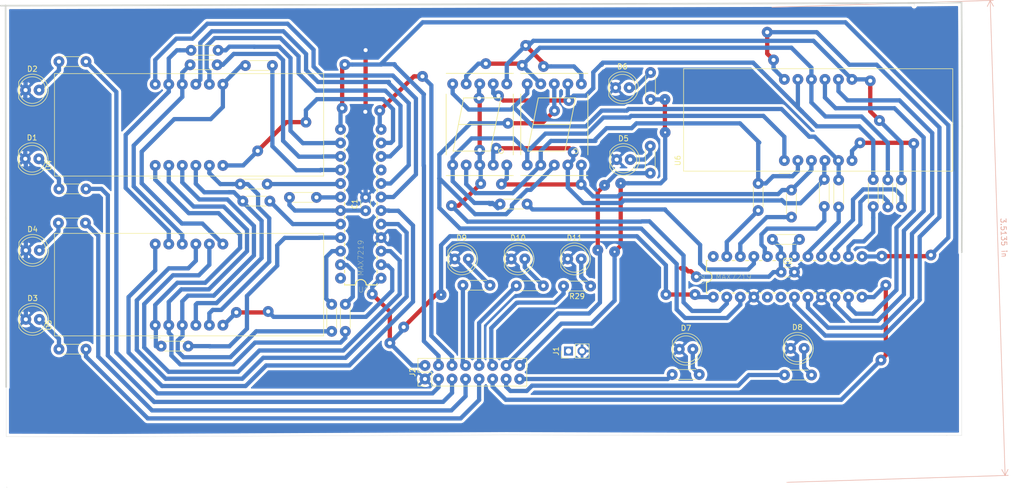
<source format=kicad_pcb>
(kicad_pcb (version 20171130) (host pcbnew 5.1.2-f72e74a~84~ubuntu16.04.1)
  (layers (0 F.Cu signal) (31 B.Cu signal) (34 B.Paste user) (35 F.Paste user) (36 B.SilkS user) (37 F.SilkS user) (38 B.Mask user) (39 F.Mask user) (44 Edge.Cuts user))
  (net 0 "")
  (net 1 /E1')
  (net 2 /D1')
  (net 3 /SEL13)
  (net 4 /C1')
  (net 5 /H1')
  (net 6 /B1')
  (net 7 /A1')
  (net 8 /F1')
  (net 9 /G1')
  (net 10 /SEL14)
  (net 11 /GND)
  (net 12 /VCC)
  (net 13 "Net-(D1-Pad2)")
  (net 14 "Net-(D2-Pad2)")
  (net 15 "Net-(D3-Pad2)")
  (net 16 "Net-(D4-Pad2)")
  (net 17 "Net-(D5-Pad2)")
  (net 18 "Net-(D6-Pad2)")
  (net 19 "Net-(D7-Pad2)")
  (net 20 "Net-(D8-Pad2)")
  (net 21 "Net-(D9-Pad2)")
  (net 22 "Net-(D10-Pad2)")
  (net 23 "Net-(D11-Pad2)")
  (net 24 /MOSI)
  (net 25 /CS2)
  (net 26 /SCK)
  (net 27 /CS1)
  (net 28 /LED1)
  (net 29 /HUM_HIG)
  (net 30 /LED2)
  (net 31 /HUM_MED)
  (net 32 /LED3)
  (net 33 /HUM_LOW)
  (net 34 /LED4)
  (net 35 /LED8)
  (net 36 /LED5)
  (net 37 /LED7)
  (net 38 /LED6)
  (net 39 "Net-(R1-Pad2)")
  (net 40 "Net-(R2-Pad2)")
  (net 41 /A')
  (net 42 /A)
  (net 43 /B)
  (net 44 /B')
  (net 45 /C')
  (net 46 /C)
  (net 47 /D)
  (net 48 /D')
  (net 49 /E')
  (net 50 /E)
  (net 51 /F)
  (net 52 /F')
  (net 53 /G)
  (net 54 /G')
  (net 55 /H')
  (net 56 /H)
  (net 57 /A1)
  (net 58 /B1)
  (net 59 /C1)
  (net 60 /D1)
  (net 61 /E1)
  (net 62 /F1)
  (net 63 /G1)
  (net 64 /H1)
  (net 65 /SEL3)
  (net 66 /SEL8)
  (net 67 /SEL4)
  (net 68 /SEL6)
  (net 69 /SEL1)
  (net 70 /SEL5)
  (net 71 /SEL2)
  (net 72 /SEL7)
  (net 73 /SEL10)
  (net 74 /SEL9)
  (net 75 /SEL12)
  (net 76 /SEL11)
  (net 77 "Net-(U1-Pad9)")
  (net 78 "Net-(U1-Pad24)")
  (net 79 "Net-(U2-Pad24)")
  (net 80 "Net-(U2-Pad5)")
  (net 81 "Net-(U2-Pad6)")
  (module Resistor_THT:R_Axial_DIN0204_L3.6mm_D1.6mm_P5.08mm_Horizontal (layer F.Cu) (at 75.2 106)
    (fp_text reference R1 hide)
    (fp_text value 9.53K)
    (pad 1 thru_hole circle (at 0 0) (size 2.032 2.032) (drill 0.762) (layers *.Cu *.Mask) (net 12 /VCC))
    (pad 2 thru_hole circle (at 5.08 0) (size 2.032 2.032) (drill 0.762) (layers *.Cu *.Mask) (net 39 "Net-(R1-Pad2)"))
  )
  (module Capacitor_THT:C_Disc_D3.0mm_W1.6mm_P2.50mm (layer F.Cu) (at 167.52 120.03)
    (fp_text reference C2 (at 1.25 -2.05) (layer F.SilkS))
    (fp_text value 0.1MIF)
    (pad 1 thru_hole circle (at 0 0) (size 2.032 2.032) (drill 0.762) (layers *.Cu *.Mask) (net 12 /VCC))
    (pad 2 thru_hole circle (at 2.5 0) (size 2.032 2.032) (drill 0.762) (layers *.Cu *.Mask) (net 11 /GND))
  )
  (module Resistor_THT:R_Axial_DIN0204_L3.6mm_D1.6mm_P5.08mm_Horizontal (layer F.Cu) (at 165.88 113.89)
    (fp_text reference R2 hide)
    (fp_text value 9.53K)
    (pad 2 thru_hole circle (at 5.08 0) (size 2.032 2.032) (drill 0.762) (layers *.Cu *.Mask) (net 40 "Net-(R2-Pad2)"))
    (pad 1 thru_hole circle (at 0 0) (size 2.032 2.032) (drill 0.762) (layers *.Cu *.Mask) (net 12 /VCC))
  )
  (module Display_7Segment:CC56-12GWA (layer F.Cu) (at 168.13 99.08 90)
    (fp_text reference U6 (at 0 -20 90) (layer F.SilkS))
    (fp_text value TIME)
    (pad 1 thru_hole circle (at 0 0 90) (size 2.032 2.032) (drill 0.762) (layers *.Cu *.Mask) (net 1 /E1'))
    (pad 2 thru_hole circle (at 0 2.54 90) (size 2.032 2.032) (drill 0.762) (layers *.Cu *.Mask) (net 2 /D1'))
    (pad 3 thru_hole circle (at 0 5.08 90) (size 2.032 2.032) (drill 0.762) (layers *.Cu *.Mask) (net 5 /H1'))
    (pad 4 thru_hole circle (at 0 7.62 90) (size 2.032 2.032) (drill 0.762) (layers *.Cu *.Mask) (net 4 /C1'))
    (pad 5 thru_hole circle (at 0 10.16 90) (size 2.032 2.032) (drill 0.762) (layers *.Cu *.Mask) (net 9 /G1'))
    (pad 6 thru_hole circle (at 0 12.7 90) (size 2.032 2.032) (drill 0.762) (layers *.Cu *.Mask) (net 75 /SEL12))
    (pad 7 thru_hole circle (at 15.24 12.7 90) (size 2.032 2.032) (drill 0.762) (layers *.Cu *.Mask) (net 6 /B1'))
    (pad 8 thru_hole circle (at 15.24 10.16 90) (size 2.032 2.032) (drill 0.762) (layers *.Cu *.Mask) (net 76 /SEL11))
    (pad 9 thru_hole circle (at 15.24 7.62 90) (size 2.032 2.032) (drill 0.762) (layers *.Cu *.Mask) (net 73 /SEL10))
    (pad 10 thru_hole circle (at 15.24 5.08 90) (size 2.032 2.032) (drill 0.762) (layers *.Cu *.Mask) (net 8 /F1'))
    (pad 11 thru_hole circle (at 15.24 2.54 90) (size 2.032 2.032) (drill 0.762) (layers *.Cu *.Mask) (net 7 /A1'))
    (pad 12 thru_hole circle (at 15.24 0 90) (size 2.032 2.032) (drill 0.762) (layers *.Cu *.Mask) (net 74 /SEL9))
  )
  (module Resistor_THT:R_Axial_DIN0204_L3.6mm_D1.6mm_P5.08mm_Horizontal (layer F.Cu) (at 56.72 78.38)
    (fp_text reference R3 hide)
    (fp_text value 100)
    (pad 1 thru_hole circle (at 0 0) (size 2.032 2.032) (drill 0.762) (layers *.Cu *.Mask) (net 41 /A'))
    (pad 2 thru_hole circle (at 5.08 0) (size 2.032 2.032) (drill 0.762) (layers *.Cu *.Mask) (net 42 /A))
  )
  (module Display_7Segment:7SegmentLED_LTS6760_LTS6780 (layer F.Cu) (at 105.85 99.93 90)
    (fp_text reference AFF1 hide)
    (fp_text value HUM1)
    (pad 1 thru_hole circle (at 0 0 90) (size 2.032 2.032) (drill 0.762) (layers *.Cu *.Mask) (net 1 /E1'))
    (pad 2 thru_hole circle (at 0 2.54 90) (size 2.032 2.032) (drill 0.762) (layers *.Cu *.Mask) (net 2 /D1'))
    (pad 3 thru_hole circle (at 0 5.08 90) (size 2.032 2.032) (drill 0.762) (layers *.Cu *.Mask) (net 3 /SEL13))
    (pad 4 thru_hole circle (at 0 7.62 90) (size 2.032 2.032) (drill 0.762) (layers *.Cu *.Mask) (net 4 /C1'))
    (pad 5 thru_hole circle (at 0 10.16 90) (size 2.032 2.032) (drill 0.762) (layers *.Cu *.Mask) (net 5 /H1'))
    (pad 6 thru_hole circle (at 15.24 10.16 90) (size 2.032 2.032) (drill 0.762) (layers *.Cu *.Mask) (net 6 /B1'))
    (pad 7 thru_hole circle (at 15.24 7.62 90) (size 2.032 2.032) (drill 0.762) (layers *.Cu *.Mask) (net 7 /A1'))
    (pad 8 thru_hole circle (at 15.24 5.08 90) (size 2.032 2.032) (drill 0.762) (layers *.Cu *.Mask) (net 3 /SEL13))
    (pad 9 thru_hole circle (at 15.24 2.54 90) (size 2.032 2.032) (drill 0.762) (layers *.Cu *.Mask) (net 8 /F1'))
    (pad 10 thru_hole circle (at 15.24 0 90) (size 2.032 2.032) (drill 0.762) (layers *.Cu *.Mask) (net 9 /G1'))
  )
  (module Display_7Segment:7SegmentLED_LTS6760_LTS6780 (layer F.Cu) (at 119.85 99.93 90)
    (fp_text reference AFF2 hide)
    (fp_text value HUM2)
    (pad 10 thru_hole circle (at 15.24 0 90) (size 2.032 2.032) (drill 0.762) (layers *.Cu *.Mask) (net 9 /G1'))
    (pad 9 thru_hole circle (at 15.24 2.54 90) (size 2.032 2.032) (drill 0.762) (layers *.Cu *.Mask) (net 8 /F1'))
    (pad 8 thru_hole circle (at 15.24 5.08 90) (size 2.032 2.032) (drill 0.762) (layers *.Cu *.Mask) (net 10 /SEL14))
    (pad 7 thru_hole circle (at 15.24 7.62 90) (size 2.032 2.032) (drill 0.762) (layers *.Cu *.Mask) (net 7 /A1'))
    (pad 6 thru_hole circle (at 15.24 10.16 90) (size 2.032 2.032) (drill 0.762) (layers *.Cu *.Mask) (net 6 /B1'))
    (pad 5 thru_hole circle (at 0 10.16 90) (size 2.032 2.032) (drill 0.762) (layers *.Cu *.Mask) (net 5 /H1'))
    (pad 4 thru_hole circle (at 0 7.62 90) (size 2.032 2.032) (drill 0.762) (layers *.Cu *.Mask) (net 4 /C1'))
    (pad 3 thru_hole circle (at 0 5.08 90) (size 2.032 2.032) (drill 0.762) (layers *.Cu *.Mask) (net 10 /SEL14))
    (pad 2 thru_hole circle (at 0 2.54 90) (size 2.032 2.032) (drill 0.762) (layers *.Cu *.Mask) (net 2 /D1'))
    (pad 1 thru_hole circle (at 0 0 90) (size 2.032 2.032) (drill 0.762) (layers *.Cu *.Mask) (net 1 /E1'))
  )
  (module Capacitor_THT:C_Disc_D3.0mm_W1.6mm_P2.50mm (layer F.Cu) (at 89.5 108.5 90)
    (fp_text reference C1 (at 1.25 -2.05 90) (layer F.SilkS))
    (fp_text value 0.1MIF)
    (pad 2 thru_hole circle (at 2.5 0 90) (size 2.032 2.032) (drill 0.762) (layers *.Cu *.Mask) (net 11 /GND))
    (pad 1 thru_hole circle (at 0 0 90) (size 2.032 2.032) (drill 0.762) (layers *.Cu *.Mask) (net 12 /VCC))
  )
  (module LED_THT:LED_D5.0mm (layer F.Cu) (at 25.6 98.75)
    (fp_text reference D1 (at 1.27 -3.96) (layer F.SilkS))
    (fp_text value LED)
    (pad 1 thru_hole circle (at 0 0) (size 2.032 2.032) (drill 0.762) (layers *.Cu *.Mask) (net 11 /GND))
    (pad 2 thru_hole circle (at 2.54 0) (size 2.032 2.032) (drill 0.762) (layers *.Cu *.Mask) (net 13 "Net-(D1-Pad2)"))
  )
  (module LED_THT:LED_D5.0mm (layer F.Cu) (at 25.65 85.85)
    (fp_text reference D2 (at 1.27 -3.96) (layer F.SilkS))
    (fp_text value LED)
    (pad 2 thru_hole circle (at 2.54 0) (size 2.032 2.032) (drill 0.762) (layers *.Cu *.Mask) (net 14 "Net-(D2-Pad2)"))
    (pad 1 thru_hole circle (at 0 0) (size 2.032 2.032) (drill 0.762) (layers *.Cu *.Mask) (net 11 /GND))
  )
  (module LED_THT:LED_D5.0mm (layer F.Cu) (at 25.7 128.9)
    (fp_text reference D3 (at 1.27 -3.96) (layer F.SilkS))
    (fp_text value LED)
    (pad 1 thru_hole circle (at 0 0) (size 2.032 2.032) (drill 0.762) (layers *.Cu *.Mask) (net 11 /GND))
    (pad 2 thru_hole circle (at 2.54 0) (size 2.032 2.032) (drill 0.762) (layers *.Cu *.Mask) (net 15 "Net-(D3-Pad2)"))
  )
  (module LED_THT:LED_D5.0mm (layer F.Cu) (at 25.7 115.95)
    (fp_text reference D4 (at 1.27 -3.96) (layer F.SilkS))
    (fp_text value LED)
    (pad 2 thru_hole circle (at 2.54 0) (size 2.032 2.032) (drill 0.762) (layers *.Cu *.Mask) (net 16 "Net-(D4-Pad2)"))
    (pad 1 thru_hole circle (at 0 0) (size 2.032 2.032) (drill 0.762) (layers *.Cu *.Mask) (net 11 /GND))
  )
  (module LED_THT:LED_D5.0mm (layer F.Cu) (at 136.65 98.9)
    (fp_text reference D5 (at 1.27 -3.96) (layer F.SilkS))
    (fp_text value LED)
    (pad 1 thru_hole circle (at 0 0) (size 2.032 2.032) (drill 0.762) (layers *.Cu *.Mask) (net 11 /GND))
    (pad 2 thru_hole circle (at 2.54 0) (size 2.032 2.032) (drill 0.762) (layers *.Cu *.Mask) (net 17 "Net-(D5-Pad2)"))
  )
  (module LED_THT:LED_D5.0mm (layer F.Cu) (at 136.45 85.4)
    (fp_text reference D6 (at 1.27 -3.96) (layer F.SilkS))
    (fp_text value LED)
    (pad 2 thru_hole circle (at 2.54 0) (size 2.032 2.032) (drill 0.762) (layers *.Cu *.Mask) (net 18 "Net-(D6-Pad2)"))
    (pad 1 thru_hole circle (at 0 0) (size 2.032 2.032) (drill 0.762) (layers *.Cu *.Mask) (net 11 /GND))
  )
  (module LED_THT:LED_D5.0mm (layer F.Cu) (at 148.4 134.5)
    (fp_text reference D7 (at 1.27 -3.96) (layer F.SilkS))
    (fp_text value LED)
    (pad 1 thru_hole circle (at 0 0) (size 2.032 2.032) (drill 0.762) (layers *.Cu *.Mask) (net 11 /GND))
    (pad 2 thru_hole circle (at 2.54 0) (size 2.032 2.032) (drill 0.762) (layers *.Cu *.Mask) (net 19 "Net-(D7-Pad2)"))
  )
  (module LED_THT:LED_D5.0mm (layer F.Cu) (at 169.3 134.35)
    (fp_text reference D8 (at 1.27 -3.96) (layer F.SilkS))
    (fp_text value LED)
    (pad 2 thru_hole circle (at 2.54 0) (size 2.032 2.032) (drill 0.762) (layers *.Cu *.Mask) (net 20 "Net-(D8-Pad2)"))
    (pad 1 thru_hole circle (at 0 0) (size 2.032 2.032) (drill 0.762) (layers *.Cu *.Mask) (net 11 /GND))
  )
  (module LED_THT:LED_D5.0mm (layer F.Cu) (at 106.25 117.55)
    (fp_text reference D9 (at 1.27 -3.96) (layer F.SilkS))
    (fp_text value LED)
    (pad 2 thru_hole circle (at 2.54 0) (size 2.032 2.032) (drill 0.762) (layers *.Cu *.Mask) (net 21 "Net-(D9-Pad2)"))
    (pad 1 thru_hole circle (at 0 0) (size 2.032 2.032) (drill 0.762) (layers *.Cu *.Mask) (net 11 /GND))
  )
  (module LED_THT:LED_D5.0mm (layer F.Cu) (at 116.85 117.55)
    (fp_text reference D10 (at 1.27 -3.96) (layer F.SilkS))
    (fp_text value LED)
    (pad 1 thru_hole circle (at 0 0) (size 2.032 2.032) (drill 0.762) (layers *.Cu *.Mask) (net 11 /GND))
    (pad 2 thru_hole circle (at 2.54 0) (size 2.032 2.032) (drill 0.762) (layers *.Cu *.Mask) (net 22 "Net-(D10-Pad2)"))
  )
  (module LED_THT:LED_D5.0mm (layer F.Cu) (at 127.45 117.55)
    (fp_text reference D11 (at 1.27 -3.96) (layer F.SilkS))
    (fp_text value LED)
    (pad 1 thru_hole circle (at 0 0) (size 2.032 2.032) (drill 0.762) (layers *.Cu *.Mask) (net 11 /GND))
    (pad 2 thru_hole circle (at 2.54 0) (size 2.032 2.032) (drill 0.762) (layers *.Cu *.Mask) (net 23 "Net-(D11-Pad2)"))
  )
  (module Connector_PinHeader_2.54mm:PinHeader_1x02_P2.54mm_Vertical (layer F.Cu) (at 127.6 134.85 90)
    (fp_text reference J1 (at 0 -2.33 90) (layer F.SilkS))
    (fp_text value Conn_01x02)
    (pad 1 thru_hole rect (at 0 0 90) (size 1.7 1.7) (drill 1) (layers *.Cu *.Mask) (net 12 /VCC))
    (pad 2 thru_hole oval (at 0 2.54 90) (size 1.7 1.7) (drill 1) (layers *.Cu *.Mask) (net 11 /GND))
  )
  (module Resistor_THT:R_Axial_DIN0204_L3.6mm_D1.6mm_P5.08mm_Horizontal (layer F.Cu) (at 66.92 81.24)
    (fp_text reference R4 hide)
    (fp_text value 100)
    (pad 2 thru_hole circle (at 5.08 0) (size 2.032 2.032) (drill 0.762) (layers *.Cu *.Mask) (net 43 /B))
    (pad 1 thru_hole circle (at 0 0) (size 2.032 2.032) (drill 0.762) (layers *.Cu *.Mask) (net 44 /B'))
  )
  (module Resistor_THT:R_Axial_DIN0204_L3.6mm_D1.6mm_P5.08mm_Horizontal (layer F.Cu) (at 66.44 106.7)
    (fp_text reference R5 hide)
    (fp_text value 100)
    (pad 1 thru_hole circle (at 0 0) (size 2.032 2.032) (drill 0.762) (layers *.Cu *.Mask) (net 45 /C'))
    (pad 2 thru_hole circle (at 5.08 0) (size 2.032 2.032) (drill 0.762) (layers *.Cu *.Mask) (net 46 /C))
  )
  (module Resistor_THT:R_Axial_DIN0204_L3.6mm_D1.6mm_P5.08mm_Horizontal (layer F.Cu) (at 85.69 131.15 90)
    (fp_text reference R6 hide)
    (fp_text value 100)
    (pad 2 thru_hole circle (at 5.08 0 90) (size 2.032 2.032) (drill 0.762) (layers *.Cu *.Mask) (net 47 /D))
    (pad 1 thru_hole circle (at 0 0 90) (size 2.032 2.032) (drill 0.762) (layers *.Cu *.Mask) (net 48 /D'))
  )
  (module Resistor_THT:R_Axial_DIN0204_L3.6mm_D1.6mm_P5.08mm_Horizontal (layer F.Cu) (at 51.11 133.93)
    (fp_text reference R7 hide)
    (fp_text value 100)
    (pad 1 thru_hole circle (at 0 0) (size 2.032 2.032) (drill 0.762) (layers *.Cu *.Mask) (net 49 /E'))
    (pad 2 thru_hole circle (at 5.08 0) (size 2.032 2.032) (drill 0.762) (layers *.Cu *.Mask) (net 50 /E))
  )
  (module Resistor_THT:R_Axial_DIN0204_L3.6mm_D1.6mm_P5.08mm_Horizontal (layer F.Cu) (at 56.55 81.1)
    (fp_text reference R8 hide)
    (fp_text value 100)
    (pad 2 thru_hole circle (at 5.08 0) (size 2.032 2.032) (drill 0.762) (layers *.Cu *.Mask) (net 51 /F))
    (pad 1 thru_hole circle (at 0 0) (size 2.032 2.032) (drill 0.762) (layers *.Cu *.Mask) (net 52 /F'))
  )
  (module Resistor_THT:R_Axial_DIN0204_L3.6mm_D1.6mm_P5.08mm_Horizontal (layer F.Cu) (at 65.95 103.5)
    (fp_text reference R9 hide)
    (fp_text value 100)
    (pad 2 thru_hole circle (at 5.08 0) (size 2.032 2.032) (drill 0.762) (layers *.Cu *.Mask) (net 53 /G))
    (pad 1 thru_hole circle (at 0 0) (size 2.032 2.032) (drill 0.762) (layers *.Cu *.Mask) (net 54 /G'))
  )
  (module Resistor_THT:R_Axial_DIN0204_L3.6mm_D1.6mm_P5.08mm_Horizontal (layer F.Cu) (at 83.13 131.15 90)
    (fp_text reference R10 hide)
    (fp_text value 100)
    (pad 1 thru_hole circle (at 0 0 90) (size 2.032 2.032) (drill 0.762) (layers *.Cu *.Mask) (net 55 /H'))
    (pad 2 thru_hole circle (at 5.08 0 90) (size 2.032 2.032) (drill 0.762) (layers *.Cu *.Mask) (net 56 /H))
  )
  (module Resistor_THT:R_Axial_DIN0204_L3.6mm_D1.6mm_P5.08mm_Horizontal (layer F.Cu) (at 184.82 102.66 270)
    (fp_text reference R11 hide)
    (fp_text value 100)
    (pad 2 thru_hole circle (at 5.08 0 270) (size 2.032 2.032) (drill 0.762) (layers *.Cu *.Mask) (net 57 /A1))
    (pad 1 thru_hole circle (at 0 0 270) (size 2.032 2.032) (drill 0.762) (layers *.Cu *.Mask) (net 7 /A1'))
  )
  (module Resistor_THT:R_Axial_DIN0204_L3.6mm_D1.6mm_P5.08mm_Horizontal (layer F.Cu) (at 190.12 102.7 270)
    (fp_text reference R12 hide)
    (fp_text value 100)
    (pad 1 thru_hole circle (at 0 0 270) (size 2.032 2.032) (drill 0.762) (layers *.Cu *.Mask) (net 6 /B1'))
    (pad 2 thru_hole circle (at 5.08 0 270) (size 2.032 2.032) (drill 0.762) (layers *.Cu *.Mask) (net 58 /B1))
  )
  (module Resistor_THT:R_Axial_DIN0204_L3.6mm_D1.6mm_P5.08mm_Horizontal (layer F.Cu) (at 175.63 102.63 270)
    (fp_text reference R13 hide)
    (fp_text value 100)
    (pad 2 thru_hole circle (at 5.08 0 270) (size 2.032 2.032) (drill 0.762) (layers *.Cu *.Mask) (net 59 /C1))
    (pad 1 thru_hole circle (at 0 0 270) (size 2.032 2.032) (drill 0.762) (layers *.Cu *.Mask) (net 4 /C1'))
  )
  (module Resistor_THT:R_Axial_DIN0204_L3.6mm_D1.6mm_P5.08mm_Horizontal (layer F.Cu) (at 163.22 103.38 270)
    (fp_text reference R14 hide)
    (fp_text value 100)
    (pad 1 thru_hole circle (at 0 0 270) (size 2.032 2.032) (drill 0.762) (layers *.Cu *.Mask) (net 2 /D1'))
    (pad 2 thru_hole circle (at 5.08 0 270) (size 2.032 2.032) (drill 0.762) (layers *.Cu *.Mask) (net 60 /D1))
  )
  (module Resistor_THT:R_Axial_DIN0204_L3.6mm_D1.6mm_P5.08mm_Horizontal (layer F.Cu) (at 114.75 107.25)
    (fp_text reference R15 hide)
    (fp_text value 100)
    (pad 2 thru_hole circle (at 5.08 0) (size 2.032 2.032) (drill 0.762) (layers *.Cu *.Mask) (net 61 /E1))
    (pad 1 thru_hole circle (at 0 0) (size 2.032 2.032) (drill 0.762) (layers *.Cu *.Mask) (net 1 /E1'))
  )
  (module Resistor_THT:R_Axial_DIN0204_L3.6mm_D1.6mm_P5.08mm_Horizontal (layer F.Cu) (at 187.56 102.7 270)
    (fp_text reference R16 hide)
    (fp_text value 100)
    (pad 1 thru_hole circle (at 0 0 270) (size 2.032 2.032) (drill 0.762) (layers *.Cu *.Mask) (net 8 /F1'))
    (pad 2 thru_hole circle (at 5.08 0 270) (size 2.032 2.032) (drill 0.762) (layers *.Cu *.Mask) (net 62 /F1))
  )
  (module Resistor_THT:R_Axial_DIN0204_L3.6mm_D1.6mm_P5.08mm_Horizontal (layer F.Cu) (at 178.33 102.73 270)
    (fp_text reference R17 hide)
    (fp_text value 100)
    (pad 2 thru_hole circle (at 5.08 0 270) (size 2.032 2.032) (drill 0.762) (layers *.Cu *.Mask) (net 63 /G1))
    (pad 1 thru_hole circle (at 0 0 270) (size 2.032 2.032) (drill 0.762) (layers *.Cu *.Mask) (net 9 /G1'))
  )
  (module Resistor_THT:R_Axial_DIN0204_L3.6mm_D1.6mm_P5.08mm_Horizontal (layer F.Cu) (at 169.46 104.62 270)
    (fp_text reference R18 hide)
    (fp_text value 100)
    (pad 2 thru_hole circle (at 5.08 0 270) (size 2.032 2.032) (drill 0.762) (layers *.Cu *.Mask) (net 64 /H1))
    (pad 1 thru_hole circle (at 0 0 270) (size 2.032 2.032) (drill 0.762) (layers *.Cu *.Mask) (net 5 /H1'))
  )
  (module Resistor_THT:R_Axial_DIN0204_L3.6mm_D1.6mm_P5.08mm_Horizontal (layer F.Cu) (at 31.92 104.4)
    (fp_text reference R19 hide)
    (fp_text value 100)
    (pad 1 thru_hole circle (at 0 0) (size 2.032 2.032) (drill 0.762) (layers *.Cu *.Mask) (net 13 "Net-(D1-Pad2)"))
    (pad 2 thru_hole circle (at 5.08 0) (size 2.032 2.032) (drill 0.762) (layers *.Cu *.Mask) (net 28 /LED1))
  )
  (module Resistor_THT:R_Axial_DIN0204_L3.6mm_D1.6mm_P5.08mm_Horizontal (layer F.Cu) (at 31.92 80.5)
    (fp_text reference R20 hide)
    (fp_text value 100)
    (pad 2 thru_hole circle (at 5.08 0) (size 2.032 2.032) (drill 0.762) (layers *.Cu *.Mask) (net 30 /LED2))
    (pad 1 thru_hole circle (at 0 0) (size 2.032 2.032) (drill 0.762) (layers *.Cu *.Mask) (net 14 "Net-(D2-Pad2)"))
  )
  (module Resistor_THT:R_Axial_DIN0204_L3.6mm_D1.6mm_P5.08mm_Horizontal (layer F.Cu) (at 31.92 134.5)
    (fp_text reference R21 hide)
    (fp_text value 100)
    (pad 1 thru_hole circle (at 0 0) (size 2.032 2.032) (drill 0.762) (layers *.Cu *.Mask) (net 15 "Net-(D3-Pad2)"))
    (pad 2 thru_hole circle (at 5.08 0) (size 2.032 2.032) (drill 0.762) (layers *.Cu *.Mask) (net 32 /LED3))
  )
  (module Resistor_THT:R_Axial_DIN0204_L3.6mm_D1.6mm_P5.08mm_Horizontal (layer F.Cu) (at 31.82 110.8)
    (fp_text reference R22 hide)
    (fp_text value 100)
    (pad 1 thru_hole circle (at 0 0) (size 2.032 2.032) (drill 0.762) (layers *.Cu *.Mask) (net 16 "Net-(D4-Pad2)"))
    (pad 2 thru_hole circle (at 5.08 0) (size 2.032 2.032) (drill 0.762) (layers *.Cu *.Mask) (net 34 /LED4))
  )
  (module Resistor_THT:R_Axial_DIN0204_L3.6mm_D1.6mm_P5.08mm_Horizontal (layer F.Cu) (at 142.95 96.37 270)
    (fp_text reference R23 hide)
    (fp_text value 100)
    (pad 1 thru_hole circle (at 0 0 270) (size 2.032 2.032) (drill 0.762) (layers *.Cu *.Mask) (net 17 "Net-(D5-Pad2)"))
    (pad 2 thru_hole circle (at 5.08 0 270) (size 2.032 2.032) (drill 0.762) (layers *.Cu *.Mask) (net 36 /LED5))
  )
  (module Resistor_THT:R_Axial_DIN0204_L3.6mm_D1.6mm_P5.08mm_Horizontal (layer F.Cu) (at 143 82.55 270)
    (fp_text reference R24 hide)
    (fp_text value 100)
    (pad 2 thru_hole circle (at 5.08 0 270) (size 2.032 2.032) (drill 0.762) (layers *.Cu *.Mask) (net 38 /LED6))
    (pad 1 thru_hole circle (at 0 0 270) (size 2.032 2.032) (drill 0.762) (layers *.Cu *.Mask) (net 18 "Net-(D6-Pad2)"))
  )
  (module Resistor_THT:R_Axial_DIN0204_L3.6mm_D1.6mm_P5.08mm_Horizontal (layer F.Cu) (at 152.15 139.25 180)
    (fp_text reference R25 hide)
    (fp_text value 100)
    (pad 1 thru_hole circle (at 0 0 180) (size 2.032 2.032) (drill 0.762) (layers *.Cu *.Mask) (net 19 "Net-(D7-Pad2)"))
    (pad 2 thru_hole circle (at 5.08 0 180) (size 2.032 2.032) (drill 0.762) (layers *.Cu *.Mask) (net 37 /LED7))
  )
  (module Resistor_THT:R_Axial_DIN0204_L3.6mm_D1.6mm_P5.08mm_Horizontal (layer F.Cu) (at 173.23 139.35 180)
    (fp_text reference R26 hide)
    (fp_text value 100)
    (pad 2 thru_hole circle (at 5.08 0 180) (size 2.032 2.032) (drill 0.762) (layers *.Cu *.Mask) (net 35 /LED8))
    (pad 1 thru_hole circle (at 0 0 180) (size 2.032 2.032) (drill 0.762) (layers *.Cu *.Mask) (net 20 "Net-(D8-Pad2)"))
  )
  (module Resistor_THT:R_Axial_DIN0204_L3.6mm_D1.6mm_P5.08mm_Horizontal (layer F.Cu) (at 112.85 122.5 180)
    (fp_text reference R27 hide)
    (fp_text value 100)
    (pad 2 thru_hole circle (at 5.08 0 180) (size 2.032 2.032) (drill 0.762) (layers *.Cu *.Mask) (net 33 /HUM_LOW))
    (pad 1 thru_hole circle (at 0 0 180) (size 2.032 2.032) (drill 0.762) (layers *.Cu *.Mask) (net 21 "Net-(D9-Pad2)"))
  )
  (module Resistor_THT:R_Axial_DIN0204_L3.6mm_D1.6mm_P5.08mm_Horizontal (layer F.Cu) (at 122.88 122.6 180)
    (fp_text reference R28 hide)
    (fp_text value 100)
    (pad 1 thru_hole circle (at 0 0 180) (size 2.032 2.032) (drill 0.762) (layers *.Cu *.Mask) (net 22 "Net-(D10-Pad2)"))
    (pad 2 thru_hole circle (at 5.08 0 180) (size 2.032 2.032) (drill 0.762) (layers *.Cu *.Mask) (net 31 /HUM_MED))
  )
  (module MAX7219:DIL24 (layer F.Cu) (at 88.6 107.2 90)
    (fp_text reference U1 (at -16.1377 0.50827) (layer F.SilkS) (effects (font (size 1.00054 1.00054) (thickness 0.05))))
    (fp_text value MAX7219 (at -10.1702 0 90) (layer F.SilkS) (effects (font (size 1.00101 1.00101) (thickness 0.05))))
    (pad 1 thru_hole circle (at -13.97 3.81 90) (size 2.032 2.032) (drill 0.762) (layers *.Cu *.Mask) (net 24 /MOSI))
    (pad 2 thru_hole circle (at -11.43 3.81 90) (size 2.032 2.032) (drill 0.762) (layers *.Cu *.Mask) (net 66 /SEL8))
    (pad 7 thru_hole circle (at 1.27 3.81 90) (size 2.032 2.032) (drill 0.762) (layers *.Cu *.Mask) (net 69 /SEL1))
    (pad 8 thru_hole circle (at 3.81 3.81 90) (size 2.032 2.032) (drill 0.762) (layers *.Cu *.Mask) (net 71 /SEL2))
    (pad 3 thru_hole circle (at -8.89 3.81 90) (size 2.032 2.032) (drill 0.762) (layers *.Cu *.Mask) (net 72 /SEL7))
    (pad 4 thru_hole circle (at -6.35 3.81 90) (size 2.032 2.032) (drill 0.762) (layers *.Cu *.Mask) (net 11 /GND))
    (pad 6 thru_hole circle (at -1.27 3.81 90) (size 2.032 2.032) (drill 0.762) (layers *.Cu *.Mask) (net 70 /SEL5))
    (pad 5 thru_hole circle (at -3.81 3.81 90) (size 2.032 2.032) (drill 0.762) (layers *.Cu *.Mask) (net 68 /SEL6))
    (pad 9 thru_hole circle (at 6.35 3.81 90) (size 2.032 2.032) (drill 0.762) (layers *.Cu *.Mask) (net 77 "Net-(U1-Pad9)"))
    (pad 16 thru_hole circle (at 6.35 -3.81 90) (size 2.032 2.032) (drill 0.762) (layers *.Cu *.Mask) (net 43 /B))
    (pad 17 thru_hole circle (at 3.81 -3.81 90) (size 2.032 2.032) (drill 0.762) (layers *.Cu *.Mask) (net 53 /G))
    (pad 18 thru_hole circle (at 1.27 -3.81 90) (size 2.032 2.032) (drill 0.762) (layers *.Cu *.Mask) (net 39 "Net-(R1-Pad2)"))
    (pad 19 thru_hole circle (at -1.27 -3.81 90) (size 2.032 2.032) (drill 0.762) (layers *.Cu *.Mask) (net 12 /VCC))
    (pad 20 thru_hole circle (at -3.81 -3.81 90) (size 2.032 2.032) (drill 0.762) (layers *.Cu *.Mask) (net 46 /C))
    (pad 21 thru_hole circle (at -6.35 -3.81 90) (size 2.032 2.032) (drill 0.762) (layers *.Cu *.Mask) (net 50 /E))
    (pad 22 thru_hole circle (at -8.89 -3.81 90) (size 2.032 2.032) (drill 0.762) (layers *.Cu *.Mask) (net 56 /H))
    (pad 23 thru_hole circle (at -11.43 -3.81 90) (size 2.032 2.032) (drill 0.762) (layers *.Cu *.Mask) (net 47 /D))
    (pad 24 thru_hole circle (at -13.97 -3.81 90) (size 2.032 2.032) (drill 0.762) (layers *.Cu *.Mask) (net 78 "Net-(U1-Pad24)"))
    (pad 10 thru_hole circle (at 8.89 3.81 90) (size 2.032 2.032) (drill 0.762) (layers *.Cu *.Mask) (net 65 /SEL3))
    (pad 11 thru_hole circle (at 11.43 3.81 90) (size 2.032 2.032) (drill 0.762) (layers *.Cu *.Mask) (net 67 /SEL4))
    (pad 12 thru_hole circle (at 13.97 3.81 90) (size 2.032 2.032) (drill 0.762) (layers *.Cu *.Mask) (net 27 /CS1))
    (pad 13 thru_hole circle (at 13.97 -3.81 90) (size 2.032 2.032) (drill 0.762) (layers *.Cu *.Mask) (net 26 /SCK))
    (pad 14 thru_hole circle (at 11.43 -3.81 90) (size 2.032 2.032) (drill 0.762) (layers *.Cu *.Mask) (net 42 /A))
    (pad 15 thru_hole circle (at 8.89 -3.81 90) (size 2.032 2.032) (drill 0.762) (layers *.Cu *.Mask) (net 51 /F))
  )
  (module MAX7219:DIL24 (layer F.Cu) (at 168.75 120.91)
    (fp_text reference U2 (at -16.1377 0.50827 90) (layer F.SilkS) (effects (font (size 1.00054 1.00054) (thickness 0.05))))
    (fp_text value MAX7219 (at -10.1702 0) (layer F.SilkS) (effects (font (size 1.00101 1.00101) (thickness 0.05))))
    (pad 15 thru_hole circle (at 8.89 -3.81) (size 2.032 2.032) (drill 0.762) (layers *.Cu *.Mask) (net 62 /F1))
    (pad 14 thru_hole circle (at 11.43 -3.81) (size 2.032 2.032) (drill 0.762) (layers *.Cu *.Mask) (net 57 /A1))
    (pad 13 thru_hole circle (at 13.97 -3.81) (size 2.032 2.032) (drill 0.762) (layers *.Cu *.Mask) (net 26 /SCK))
    (pad 12 thru_hole circle (at 13.97 3.81) (size 2.032 2.032) (drill 0.762) (layers *.Cu *.Mask) (net 25 /CS2))
    (pad 11 thru_hole circle (at 11.43 3.81) (size 2.032 2.032) (drill 0.762) (layers *.Cu *.Mask) (net 75 /SEL12))
    (pad 10 thru_hole circle (at 8.89 3.81) (size 2.032 2.032) (drill 0.762) (layers *.Cu *.Mask) (net 73 /SEL10))
    (pad 24 thru_hole circle (at -13.97 -3.81) (size 2.032 2.032) (drill 0.762) (layers *.Cu *.Mask) (net 79 "Net-(U2-Pad24)"))
    (pad 23 thru_hole circle (at -11.43 -3.81) (size 2.032 2.032) (drill 0.762) (layers *.Cu *.Mask) (net 60 /D1))
    (pad 22 thru_hole circle (at -8.89 -3.81) (size 2.032 2.032) (drill 0.762) (layers *.Cu *.Mask) (net 64 /H1))
    (pad 21 thru_hole circle (at -6.35 -3.81) (size 2.032 2.032) (drill 0.762) (layers *.Cu *.Mask) (net 61 /E1))
    (pad 20 thru_hole circle (at -3.81 -3.81) (size 2.032 2.032) (drill 0.762) (layers *.Cu *.Mask) (net 59 /C1))
    (pad 19 thru_hole circle (at -1.27 -3.81) (size 2.032 2.032) (drill 0.762) (layers *.Cu *.Mask) (net 12 /VCC))
    (pad 18 thru_hole circle (at 1.27 -3.81) (size 2.032 2.032) (drill 0.762) (layers *.Cu *.Mask) (net 40 "Net-(R2-Pad2)"))
    (pad 17 thru_hole circle (at 3.81 -3.81) (size 2.032 2.032) (drill 0.762) (layers *.Cu *.Mask) (net 63 /G1))
    (pad 16 thru_hole circle (at 6.35 -3.81) (size 2.032 2.032) (drill 0.762) (layers *.Cu *.Mask) (net 58 /B1))
    (pad 9 thru_hole circle (at 6.35 3.81) (size 2.032 2.032) (drill 0.762) (layers *.Cu *.Mask) (net 11 /GND))
    (pad 5 thru_hole circle (at -3.81 3.81) (size 2.032 2.032) (drill 0.762) (layers *.Cu *.Mask) (net 80 "Net-(U2-Pad5)"))
    (pad 6 thru_hole circle (at -1.27 3.81) (size 2.032 2.032) (drill 0.762) (layers *.Cu *.Mask) (net 81 "Net-(U2-Pad6)"))
    (pad 4 thru_hole circle (at -6.35 3.81) (size 2.032 2.032) (drill 0.762) (layers *.Cu *.Mask) (net 11 /GND))
    (pad 3 thru_hole circle (at -8.89 3.81) (size 2.032 2.032) (drill 0.762) (layers *.Cu *.Mask) (net 10 /SEL14))
    (pad 8 thru_hole circle (at 3.81 3.81) (size 2.032 2.032) (drill 0.762) (layers *.Cu *.Mask) (net 76 /SEL11))
    (pad 7 thru_hole circle (at 1.27 3.81) (size 2.032 2.032) (drill 0.762) (layers *.Cu *.Mask) (net 74 /SEL9))
    (pad 2 thru_hole circle (at -11.43 3.81) (size 2.032 2.032) (drill 0.762) (layers *.Cu *.Mask) (net 3 /SEL13))
    (pad 1 thru_hole circle (at -13.97 3.81) (size 2.032 2.032) (drill 0.762) (layers *.Cu *.Mask) (net 24 /MOSI))
  )
  (module Display_7Segment:CC56-12GWA (layer F.Cu) (at 50 100 90)
    (fp_text reference U4 (at 0 -20 90) (layer F.SilkS))
    (fp_text value "AIR TEMP")
    (pad 1 thru_hole circle (at 0 0 90) (size 2.032 2.032) (drill 0.762) (layers *.Cu *.Mask) (net 49 /E'))
    (pad 2 thru_hole circle (at 0 2.54 90) (size 2.032 2.032) (drill 0.762) (layers *.Cu *.Mask) (net 48 /D'))
    (pad 3 thru_hole circle (at 0 5.08 90) (size 2.032 2.032) (drill 0.762) (layers *.Cu *.Mask) (net 55 /H'))
    (pad 4 thru_hole circle (at 0 7.62 90) (size 2.032 2.032) (drill 0.762) (layers *.Cu *.Mask) (net 45 /C'))
    (pad 5 thru_hole circle (at 0 10.16 90) (size 2.032 2.032) (drill 0.762) (layers *.Cu *.Mask) (net 54 /G'))
    (pad 6 thru_hole circle (at 0 12.7 90) (size 2.032 2.032) (drill 0.762) (layers *.Cu *.Mask) (net 67 /SEL4))
    (pad 7 thru_hole circle (at 15.24 12.7 90) (size 2.032 2.032) (drill 0.762) (layers *.Cu *.Mask) (net 44 /B'))
    (pad 8 thru_hole circle (at 15.24 10.16 90) (size 2.032 2.032) (drill 0.762) (layers *.Cu *.Mask) (net 65 /SEL3))
    (pad 9 thru_hole circle (at 15.24 7.62 90) (size 2.032 2.032) (drill 0.762) (layers *.Cu *.Mask) (net 71 /SEL2))
    (pad 10 thru_hole circle (at 15.24 5.08 90) (size 2.032 2.032) (drill 0.762) (layers *.Cu *.Mask) (net 52 /F'))
    (pad 11 thru_hole circle (at 15.24 2.54 90) (size 2.032 2.032) (drill 0.762) (layers *.Cu *.Mask) (net 41 /A'))
    (pad 12 thru_hole circle (at 15.24 0 90) (size 2.032 2.032) (drill 0.762) (layers *.Cu *.Mask) (net 69 /SEL1))
  )
  (module Display_7Segment:CC56-12GWA (layer F.Cu) (at 50 130 90)
    (fp_text reference U5 (at 0 -20 90) (layer F.SilkS))
    (fp_text value "SKIN TEMP")
    (pad 12 thru_hole circle (at 15.24 0 90) (size 2.032 2.032) (drill 0.762) (layers *.Cu *.Mask) (net 70 /SEL5))
    (pad 11 thru_hole circle (at 15.24 2.54 90) (size 2.032 2.032) (drill 0.762) (layers *.Cu *.Mask) (net 41 /A'))
    (pad 10 thru_hole circle (at 15.24 5.08 90) (size 2.032 2.032) (drill 0.762) (layers *.Cu *.Mask) (net 52 /F'))
    (pad 9 thru_hole circle (at 15.24 7.62 90) (size 2.032 2.032) (drill 0.762) (layers *.Cu *.Mask) (net 68 /SEL6))
    (pad 8 thru_hole circle (at 15.24 10.16 90) (size 2.032 2.032) (drill 0.762) (layers *.Cu *.Mask) (net 72 /SEL7))
    (pad 7 thru_hole circle (at 15.24 12.7 90) (size 2.032 2.032) (drill 0.762) (layers *.Cu *.Mask) (net 44 /B'))
    (pad 6 thru_hole circle (at 0 12.7 90) (size 2.032 2.032) (drill 0.762) (layers *.Cu *.Mask) (net 66 /SEL8))
    (pad 5 thru_hole circle (at 0 10.16 90) (size 2.032 2.032) (drill 0.762) (layers *.Cu *.Mask) (net 54 /G'))
    (pad 4 thru_hole circle (at 0 7.62 90) (size 2.032 2.032) (drill 0.762) (layers *.Cu *.Mask) (net 45 /C'))
    (pad 3 thru_hole circle (at 0 5.08 90) (size 2.032 2.032) (drill 0.762) (layers *.Cu *.Mask) (net 55 /H'))
    (pad 2 thru_hole circle (at 0 2.54 90) (size 2.032 2.032) (drill 0.762) (layers *.Cu *.Mask) (net 48 /D'))
    (pad 1 thru_hole circle (at 0 0 90) (size 2.032 2.032) (drill 0.762) (layers *.Cu *.Mask) (net 49 /E'))
  )
  (module Connector_PinHeader_2.54mm:PinHeader_2x08_P2.54mm_Vertical (layer F.Cu) (at 100.65 140.1 90)
    (fp_text reference J2 (at 1.27 -2.33 90) (layer F.SilkS))
    (fp_text value Conn_02x08_Odd_Even)
    (pad 1 thru_hole circle (at 0 0 90) (size 2.032 2.032) (drill 0.762) (layers *.Cu *.Mask) (net 11 /GND))
    (pad 2 thru_hole circle (at 2.54 0 90) (size 2.032 2.032) (drill 0.762) (layers *.Cu *.Mask) (net 24 /MOSI))
    (pad 3 thru_hole circle (at 0 2.54 90) (size 2.032 2.032) (drill 0.762) (layers *.Cu *.Mask) (net 30 /LED2))
    (pad 4 thru_hole circle (at 2.54 2.54 90) (size 2.032 2.032) (drill 0.762) (layers *.Cu *.Mask) (net 26 /SCK))
    (pad 5 thru_hole circle (at 0 5.08 90) (size 2.032 2.032) (drill 0.762) (layers *.Cu *.Mask) (net 28 /LED1))
    (pad 6 thru_hole circle (at 2.54 5.08 90) (size 2.032 2.032) (drill 0.762) (layers *.Cu *.Mask) (net 27 /CS1))
    (pad 7 thru_hole circle (at 0 7.62 90) (size 2.032 2.032) (drill 0.762) (layers *.Cu *.Mask) (net 34 /LED4))
    (pad 8 thru_hole circle (at 2.54 7.62 90) (size 2.032 2.032) (drill 0.762) (layers *.Cu *.Mask) (net 33 /HUM_LOW))
    (pad 9 thru_hole circle (at 0 10.16 90) (size 2.032 2.032) (drill 0.762) (layers *.Cu *.Mask) (net 32 /LED3))
    (pad 10 thru_hole circle (at 2.54 10.16 90) (size 2.032 2.032) (drill 0.762) (layers *.Cu *.Mask) (net 31 /HUM_MED))
    (pad 11 thru_hole circle (at 0 12.7 90) (size 2.032 2.032) (drill 0.762) (layers *.Cu *.Mask) (net 25 /CS2))
    (pad 12 thru_hole circle (at 2.54 12.7 90) (size 2.032 2.032) (drill 0.762) (layers *.Cu *.Mask) (net 29 /HUM_HIG))
    (pad 13 thru_hole circle (at 0 15.24 90) (size 2.032 2.032) (drill 0.762) (layers *.Cu *.Mask) (net 35 /LED8))
    (pad 14 thru_hole circle (at 2.54 15.24 90) (size 2.032 2.032) (drill 0.762) (layers *.Cu *.Mask) (net 36 /LED5))
    (pad 15 thru_hole circle (at 0 17.78 90) (size 2.032 2.032) (drill 0.762) (layers *.Cu *.Mask) (net 37 /LED7))
    (pad 16 thru_hole circle (at 2.54 17.78 90) (size 2.032 2.032) (drill 0.762) (layers *.Cu *.Mask) (net 38 /LED6))
  )
  (module Resistor_THT:R_Axial_DIN0204_L3.6mm_D1.6mm_P5.08mm_Horizontal (layer F.Cu) (at 131.75 122.65 180)
    (fp_text reference R29 (at 2.54 -1.92) (layer F.SilkS))
    (fp_text value 100)
    (pad 1 thru_hole circle (at 0 0 180) (size 2.032 2.032) (drill 0.7) (layers *.Cu *.Mask) (net 23 "Net-(D11-Pad2)"))
    (pad 2 thru_hole circle (at 5.08 0 180) (size 2.032 2.032) (drill 0.7) (layers *.Cu *.Mask) (net 29 /HUM_HIG))
  )
  (gr_line (start 191.35 69.5) (end 192.45 69.6) (layer Edge.Cuts) (width 0.05))
  (gr_line (start 201.4 69.4) (end 191.35 69.5) (layer Edge.Cuts) (width 0.3))
  (gr_line (start 201.45 76.6) (end 201.4 69.4) (layer Edge.Cuts) (width 0.3))
  (gr_line (start 201.5 92.65) (end 201.45 76.6) (layer Edge.Cuts) (width 0.3))
  (gr_line (start 201.45 116.3) (end 201.5 92.65) (layer Edge.Cuts) (width 0.3))
  (gr_line (start 201.45 150.7) (end 201.45 116.3) (layer Edge.Cuts) (width 0.05))
  (gr_line (start 201.15 150.7) (end 201.45 150.7) (layer Edge.Cuts) (width 0.05))
  (gr_line (start 200.1 150.7) (end 201.15 150.7) (layer Edge.Cuts) (width 0.05))
  (gr_line (start 198.55 150.7) (end 200.1 150.7) (layer Edge.Cuts) (width 0.05))
  (gr_line (start 197.2 150.7) (end 198.7 150.7) (layer Edge.Cuts) (width 0.05))
  (gr_line (start 196.25 150.7) (end 197.2 150.7) (layer Edge.Cuts) (width 0.05))
  (gr_line (start 149.85 150.7) (end 196.25 150.7) (layer Edge.Cuts) (width 0.05))
  (gr_line (start 115.95 150.6) (end 149.85 150.7) (layer Edge.Cuts) (width 0.05))
  (gr_line (start 41 150.95) (end 115.95 150.6) (layer Edge.Cuts) (width 0.05))
  (gr_line (start 22 150.9) (end 41 150.95) (layer Edge.Cuts) (width 0.05))
  (gr_line (start 22 146.05) (end 22 150.9) (layer Edge.Cuts) (width 0.05))
  (gr_line (start 22 141.25) (end 22 146.05) (layer Edge.Cuts) (width 0.05))
  (gr_line (start 22.15 160.35) (end 22.15 160.55) (layer Edge.Cuts) (width 0.05))
  (gr_line (start 21.95 109.9) (end 22 141.6) (layer Edge.Cuts) (width 0.3))
  (gr_line (start 21.9 69.95) (end 21.95 109.9) (layer Edge.Cuts) (width 0.3))
  (dimension 89.243935 (width 0.12) (layer B.SilkS) (gr_text "89.244 mm" (at 209.447831 113.573835 271.7979319) (layer B.SilkS) (effects (font (size 1 1) (thickness 0.15)))) (feature1 (pts (xy 168.6 159.5) (xy 210.164588 158.195282))) (feature2 (pts (xy 165.8 70.3) (xy 207.364588 68.995282))) (crossbar (pts (xy 206.778456 69.013681) (xy 209.578456 158.213681))) (arrow1a (pts (xy 209.578456 158.213681) (xy 208.95698 157.106131))) (arrow1b (pts (xy 209.578456 158.213681) (xy 210.129244 157.069333))) (arrow2a (pts (xy 206.778456 69.013681) (xy 206.227668 70.158029))) (arrow2b (pts (xy 206.778456 69.013681) (xy 207.399932 70.121231))))
  (gr_line (start 21 70) (end 192.5 69.5) (layer Edge.Cuts) (width 0.3))
  (gr_line (start 192.5 69.5) (end 192.5 70) (layer Edge.Cuts) (width 0.05))
  (segment (start 105.85 98.48) (end 105.85 99.93) (width 0.8) (layer B.Cu) (net 1))
  (segment (start 119.85 99.93) (end 119.85 97.45) (width 0.8) (layer B.Cu) (net 1))
  (segment (start 119.85 97.45) (end 117.33 94.93) (width 0.8) (layer B.Cu) (net 1))
  (segment (start 109.4 94.93) (end 105.85 98.48) (width 0.8) (layer B.Cu) (net 1))
  (segment (start 117.33 94.93) (end 109.4 94.93) (width 0.8) (layer B.Cu) (net 1))
  (segment (start 119.85 97.45) (end 123.28 94.02) (width 0.8) (layer B.Cu) (net 1))
  (segment (start 131.13 94.02) (end 134.15 91) (width 0.8) (layer B.Cu) (net 1))
  (segment (start 123.28 94.02) (end 131.13 94.02) (width 0.8) (layer B.Cu) (net 1))
  (segment (start 134.15 91) (end 138.4 91) (width 0.8) (layer B.Cu) (net 1))
  (segment (start 105.85 102.96) (end 105.85 99.93) (width 0.8) (layer B.Cu) (net 1))
  (segment (start 109.94 107.05) (end 105.85 102.96) (width 0.8) (layer B.Cu) (net 1))
  (segment (start 114.33 108.05) (end 113.33 107.05) (width 0.8) (layer B.Cu) (net 1))
  (segment (start 112.65 107.05) (end 112.85 107.25) (width 0.8) (layer B.Cu) (net 1))
  (segment (start 113.33 107.05) (end 112.65 107.05) (width 0.8) (layer B.Cu) (net 1))
  (segment (start 112.85 107.25) (end 114.75 107.25) (width 0.8) (layer B.Cu) (net 1))
  (segment (start 112.65 107.05) (end 109.94 107.05) (width 0.8) (layer B.Cu) (net 1))
  (segment (start 168.13 99.08) (end 168.13 94.63) (width 0.8) (layer B.Cu) (net 1))
  (segment (start 139.35 90.7) (end 139.05 91) (width 0.8) (layer B.Cu) (net 1))
  (segment (start 139.05 91) (end 138.4 91) (width 0.8) (layer B.Cu) (net 1))
  (segment (start 168.13 94.63) (end 164.2 90.7) (width 0.8) (layer B.Cu) (net 1))
  (segment (start 164.2 90.7) (end 139.35 90.7) (width 0.8) (layer B.Cu) (net 1))
  (segment (start 170.67 99.08) (end 170.67 101.02) (width 0.8) (layer B.Cu) (net 2))
  (segment (start 170.67 101.02) (end 169.67 102.02) (width 0.8) (layer B.Cu) (net 2))
  (segment (start 163.22 103.38) (end 164.65684 103.38) (width 0.8) (layer B.Cu) (net 2))
  (segment (start 166.01684 102.02) (end 169.11 102.02) (width 0.8) (layer B.Cu) (net 2))
  (segment (start 169.67 102.02) (end 169.11 102.02) (width 0.8) (layer B.Cu) (net 2))
  (segment (start 164.65684 103.38) (end 166.01684 102.02) (width 0.8) (layer B.Cu) (net 2))
  (segment (start 108.39 103.51) (end 108.39 99.93) (width 0.8) (layer B.Cu) (net 2))
  (segment (start 110.08 105.2) (end 108.39 103.51) (width 0.8) (layer B.Cu) (net 2))
  (segment (start 117.12 105.2) (end 110.08 105.2) (width 0.8) (layer B.Cu) (net 2))
  (segment (start 122.39 99.93) (end 117.12 105.2) (width 0.8) (layer B.Cu) (net 2))
  (segment (start 122.39 97.3) (end 122.39 99.93) (width 0.8) (layer B.Cu) (net 2))
  (segment (start 159.8 92.1) (end 140.35 92.1) (width 0.8) (layer B.Cu) (net 2))
  (segment (start 163.4 95.7) (end 159.8 92.1) (width 0.8) (layer B.Cu) (net 2))
  (segment (start 124.29 95.4) (end 122.39 97.3) (width 0.8) (layer B.Cu) (net 2))
  (segment (start 163.22 95.88) (end 163.4 95.7) (width 0.8) (layer B.Cu) (net 2))
  (segment (start 163.22 103.38) (end 163.22 95.88) (width 0.8) (layer B.Cu) (net 2))
  (segment (start 140.35 92.1) (end 139.45 93) (width 0.8) (layer B.Cu) (net 2))
  (segment (start 139.45 93) (end 134.75 93) (width 0.8) (layer B.Cu) (net 2))
  (segment (start 132.65 95.1) (end 132.65 95.4) (width 0.8) (layer B.Cu) (net 2))
  (segment (start 132.65 95.4) (end 124.29 95.4) (width 0.8) (layer B.Cu) (net 2))
  (segment (start 134.75 93) (end 132.65 95.1) (width 0.8) (layer B.Cu) (net 2))
  (via (at 110.92 97.12) (size 2.032) (drill 0.762) (layers F.Cu B.Cu) (net 3))
  (segment (start 110.93 97.13) (end 110.92 97.12) (width 0.8) (layer B.Cu) (net 3))
  (segment (start 110.93 99.93) (end 110.93 97.13) (width 0.8) (layer B.Cu) (net 3))
  (via (at 110.8 87.384) (size 2.032) (drill 0.762) (layers F.Cu B.Cu) (net 3))
  (segment (start 110.92 87.504) (end 110.8 87.384) (width 0.8) (layer F.Cu) (net 3))
  (segment (start 110.92 97.12) (end 110.92 87.504) (width 0.8) (layer F.Cu) (net 3))
  (segment (start 110.8 84.82) (end 110.93 84.69) (width 0.8) (layer B.Cu) (net 3))
  (segment (start 110.8 87.384) (end 110.8 84.82) (width 0.8) (layer B.Cu) (net 3))
  (via (at 105.63 107.55) (size 2.032) (drill 0.762) (layers F.Cu B.Cu) (net 3))
  (via (at 111.11 103.42) (size 2.032) (drill 0.762) (layers F.Cu B.Cu) (net 3))
  (segment (start 106.98 107.55) (end 111.11 103.42) (width 0.8) (layer F.Cu) (net 3))
  (segment (start 105.63 107.55) (end 106.98 107.55) (width 0.8) (layer F.Cu) (net 3))
  (segment (start 111.11 100.11) (end 110.93 99.93) (width 0.8) (layer B.Cu) (net 3))
  (segment (start 111.11 103.42) (end 111.11 100.11) (width 0.8) (layer B.Cu) (net 3))
  (segment (start 105.63 107.55) (end 108.63 110.55) (width 0.8) (layer B.Cu) (net 3))
  (segment (start 108.63 110.55) (end 141.25 110.55) (width 0.8) (layer B.Cu) (net 3))
  (segment (start 157.32 125.95) (end 157.32 124.72) (width 0.8) (layer B.Cu) (net 3))
  (segment (start 150.82 127.32) (end 155.95 127.32) (width 0.8) (layer B.Cu) (net 3))
  (segment (start 141.35 110.5) (end 142.8 110.5) (width 0.8) (layer B.Cu) (net 3))
  (segment (start 149.2 116.9) (end 149.2 125.7) (width 0.8) (layer B.Cu) (net 3))
  (segment (start 149.2 125.7) (end 150.82 127.32) (width 0.8) (layer B.Cu) (net 3))
  (segment (start 155.95 127.32) (end 157.32 125.95) (width 0.8) (layer B.Cu) (net 3))
  (segment (start 142.8 110.5) (end 149.2 116.9) (width 0.8) (layer B.Cu) (net 3))
  (via (at 114.03 96.77) (size 2.032) (drill 0.762) (layers F.Cu B.Cu) (net 4))
  (segment (start 113.47 97.33) (end 113.47 99.93) (width 0.8) (layer B.Cu) (net 4))
  (segment (start 114.03 96.77) (end 113.47 97.33) (width 0.8) (layer B.Cu) (net 4))
  (via (at 128.48 97.5) (size 2.032) (drill 0.762) (layers F.Cu B.Cu) (net 4))
  (segment (start 114.03 96.77) (end 127.75 96.77) (width 0.8) (layer F.Cu) (net 4))
  (segment (start 127.75 96.77) (end 128.48 97.5) (width 0.8) (layer F.Cu) (net 4))
  (segment (start 127.47 99.93) (end 128.485999 98.914001) (width 0.8) (layer B.Cu) (net 4))
  (segment (start 128.485999 97.505999) (end 128.48 97.5) (width 0.8) (layer B.Cu) (net 4))
  (segment (start 128.485999 98.914001) (end 128.485999 97.505999) (width 0.8) (layer B.Cu) (net 4))
  (segment (start 175.72 102.63) (end 175.63 102.63) (width 0.8) (layer B.Cu) (net 4))
  (segment (start 175.75 102.66) (end 175.72 102.63) (width 0.8) (layer B.Cu) (net 4))
  (segment (start 175.63 99.2) (end 175.75 99.08) (width 0.8) (layer B.Cu) (net 4))
  (segment (start 175.63 102.63) (end 175.63 99.2) (width 0.8) (layer B.Cu) (net 4))
  (segment (start 171.16 107.1) (end 168.25 107.1) (width 0.8) (layer B.Cu) (net 4))
  (segment (start 168.25 107.1) (end 167.63 106.48) (width 0.8) (layer B.Cu) (net 4))
  (segment (start 175.63 102.63) (end 171.16 107.1) (width 0.8) (layer B.Cu) (net 4))
  (segment (start 127.47 101.36684) (end 127.47 99.93) (width 0.8) (layer B.Cu) (net 4))
  (segment (start 127.47 104.15) (end 127.47 101.36684) (width 0.8) (layer B.Cu) (net 4))
  (segment (start 168.25 107.1) (end 167.73 106.58) (width 0.8) (layer B.Cu) (net 4))
  (segment (start 130.37 107.05) (end 127.47 104.15) (width 0.8) (layer B.Cu) (net 4))
  (segment (start 137.97591 106.58) (end 137.50591 107.05) (width 0.8) (layer B.Cu) (net 4))
  (segment (start 167.73 106.58) (end 137.97591 106.58) (width 0.8) (layer B.Cu) (net 4))
  (segment (start 137.50591 107.05) (end 130.37 107.05) (width 0.8) (layer B.Cu) (net 4))
  (via (at 129.98 103.57) (size 2.032) (drill 0.762) (layers F.Cu B.Cu) (net 5))
  (segment (start 130.01 103.54) (end 129.98 103.57) (width 0.8) (layer B.Cu) (net 5))
  (segment (start 130.01 99.93) (end 130.01 103.54) (width 0.8) (layer B.Cu) (net 5))
  (via (at 115.01 103.49399) (size 2.032) (drill 0.762) (layers F.Cu B.Cu) (net 5))
  (segment (start 116.01 102.49399) (end 115.01 103.49399) (width 0.8) (layer B.Cu) (net 5))
  (segment (start 115.08601 103.57) (end 115.01 103.49399) (width 0.8) (layer F.Cu) (net 5))
  (segment (start 116.01 99.93) (end 116.01 102.49399) (width 0.8) (layer B.Cu) (net 5))
  (segment (start 129.98 103.57) (end 115.08601 103.57) (width 0.8) (layer F.Cu) (net 5))
  (segment (start 173.21 100.87) (end 173.21 99.08) (width 0.8) (layer B.Cu) (net 5))
  (segment (start 169.46 104.62) (end 173.21 100.87) (width 0.8) (layer B.Cu) (net 5))
  (segment (start 167.74 104.62) (end 168.02316 104.62) (width 0.8) (layer B.Cu) (net 5))
  (segment (start 166.98 105.38) (end 167.74 104.62) (width 0.8) (layer B.Cu) (net 5))
  (segment (start 129.98 103.57) (end 132.226003 105.816003) (width 0.8) (layer B.Cu) (net 5))
  (segment (start 168.02316 104.62) (end 169.46 104.62) (width 0.8) (layer B.Cu) (net 5))
  (segment (start 132.226003 105.816003) (end 136.933997 105.816003) (width 0.8) (layer B.Cu) (net 5))
  (segment (start 136.933997 105.816003) (end 137.37 105.38) (width 0.8) (layer B.Cu) (net 5))
  (segment (start 137.37 105.38) (end 166.98 105.38) (width 0.8) (layer B.Cu) (net 5))
  (segment (start 116.01 84.69) (end 116.01 81.02) (width 0.8) (layer B.Cu) (net 6))
  (via (at 119.56 77.47) (size 2.032) (drill 0.762) (layers F.Cu B.Cu) (net 6))
  (segment (start 116.01 81.02) (end 118.544001 78.485999) (width 0.8) (layer B.Cu) (net 6))
  (segment (start 118.544001 78.485999) (end 119.56 77.47) (width 0.8) (layer B.Cu) (net 6))
  (segment (start 122.91 80.82) (end 122.91 81.41) (width 0.8) (layer F.Cu) (net 6))
  (via (at 122.91 81.41) (size 2.032) (drill 0.762) (layers F.Cu B.Cu) (net 6))
  (segment (start 119.56 77.47) (end 122.91 80.82) (width 0.8) (layer F.Cu) (net 6))
  (segment (start 124.34684 81.41) (end 122.91 81.41) (width 0.8) (layer B.Cu) (net 6))
  (segment (start 128.62 81.41) (end 124.34684 81.41) (width 0.8) (layer B.Cu) (net 6))
  (segment (start 130.01 82.8) (end 128.62 81.41) (width 0.8) (layer B.Cu) (net 6))
  (segment (start 130.01 84.69) (end 130.01 82.8) (width 0.8) (layer B.Cu) (net 6))
  (segment (start 190.12 95.7) (end 190.12 102.7) (width 0.8) (layer B.Cu) (net 6))
  (via (at 185.99 91.57) (size 2.032) (drill 0.762) (layers F.Cu B.Cu) (net 6))
  (segment (start 185.99 91.57) (end 190.12 95.7) (width 0.8) (layer B.Cu) (net 6))
  (via (at 184.26 84.11) (size 2.032) (drill 0.762) (layers F.Cu B.Cu) (net 6))
  (segment (start 184.26 89.84) (end 184.26 85.54684) (width 0.8) (layer F.Cu) (net 6))
  (segment (start 184.26 85.54684) (end 184.26 84.11) (width 0.8) (layer F.Cu) (net 6))
  (segment (start 185.99 91.57) (end 184.26 89.84) (width 0.8) (layer F.Cu) (net 6))
  (segment (start 183.99 83.84) (end 184.26 84.11) (width 0.8) (layer B.Cu) (net 6))
  (segment (start 180.83 83.84) (end 183.99 83.84) (width 0.8) (layer B.Cu) (net 6))
  (segment (start 119.56 77.47) (end 120.13 76.9) (width 0.8) (layer B.Cu) (net 6))
  (segment (start 121 76.6) (end 120.13 77.47) (width 0.8) (layer B.Cu) (net 6))
  (segment (start 120.13 77.47) (end 119.56 77.47) (width 0.8) (layer B.Cu) (net 6))
  (segment (start 173.59 76.6) (end 121 76.6) (width 0.8) (layer B.Cu) (net 6))
  (segment (start 180.83 83.84) (end 173.59 76.6) (width 0.8) (layer B.Cu) (net 6))
  (via (at 127.66 87.81) (size 2.032) (drill 0.762) (layers F.Cu B.Cu) (net 7))
  (segment (start 127.47 84.69) (end 127.47 87.62) (width 0.8) (layer B.Cu) (net 7))
  (segment (start 127.47 87.62) (end 127.66 87.81) (width 0.8) (layer B.Cu) (net 7))
  (via (at 114.45 86.92) (size 2.032) (drill 0.762) (layers F.Cu B.Cu) (net 7))
  (segment (start 127.66 87.81) (end 115.34 87.81) (width 0.8) (layer F.Cu) (net 7))
  (segment (start 115.34 87.81) (end 114.45 86.92) (width 0.8) (layer F.Cu) (net 7))
  (segment (start 113.94 86.92) (end 114.45 86.92) (width 0.8) (layer B.Cu) (net 7))
  (segment (start 113.47 86.45) (end 113.94 86.92) (width 0.8) (layer B.Cu) (net 7))
  (segment (start 113.47 84.69) (end 113.47 86.45) (width 0.8) (layer B.Cu) (net 7))
  (segment (start 170.67 83.84) (end 170.67 89.11) (width 0.8) (layer B.Cu) (net 7))
  (segment (start 170.67 89.11) (end 171.465 89.905) (width 0.8) (layer B.Cu) (net 7))
  (segment (start 184.82 101.22316) (end 184.82 102.66) (width 0.8) (layer B.Cu) (net 7))
  (segment (start 171.465 89.905) (end 174.22 92.66) (width 0.8) (layer B.Cu) (net 7))
  (segment (start 184.82 95.29) (end 184.82 101.22316) (width 0.8) (layer B.Cu) (net 7))
  (segment (start 174.22 92.66) (end 182.19 92.66) (width 0.8) (layer B.Cu) (net 7))
  (segment (start 182.19 92.66) (end 184.82 95.29) (width 0.8) (layer B.Cu) (net 7))
  (segment (start 128.57 86.9) (end 127.66 87.81) (width 0.8) (layer B.Cu) (net 7))
  (segment (start 130.85 86.9) (end 128.57 86.9) (width 0.8) (layer B.Cu) (net 7))
  (segment (start 132.25 85.5) (end 130.85 86.9) (width 0.8) (layer B.Cu) (net 7))
  (segment (start 133.85 81.1) (end 133.75 81) (width 0.8) (layer B.Cu) (net 7))
  (segment (start 133.75 81) (end 132.25 82.5) (width 0.8) (layer B.Cu) (net 7))
  (segment (start 132.25 82.5) (end 132.25 85.5) (width 0.8) (layer B.Cu) (net 7))
  (segment (start 134.05 80.7) (end 133.75 81) (width 0.8) (layer B.Cu) (net 7))
  (segment (start 162.26 80.7) (end 134.05 80.7) (width 0.8) (layer B.Cu) (net 7))
  (segment (start 171.465 89.905) (end 162.26 80.7) (width 0.8) (layer B.Cu) (net 7))
  (via (at 112.07 80.89) (size 2.032) (drill 0.762) (layers F.Cu B.Cu) (net 8))
  (segment (start 110.69 80.89) (end 112.07 80.89) (width 0.8) (layer B.Cu) (net 8))
  (segment (start 108.39 83.19) (end 110.69 80.89) (width 0.8) (layer B.Cu) (net 8))
  (segment (start 108.39 84.69) (end 108.39 83.19) (width 0.8) (layer B.Cu) (net 8))
  (segment (start 112.07 80.89) (end 118.582177 80.89) (width 0.8) (layer F.Cu) (net 8))
  (segment (start 118.907213 81.207213) (end 118.89939 81.207213) (width 0.8) (layer B.Cu) (net 8))
  (segment (start 118.582177 80.89) (end 118.89939 81.207213) (width 0.8) (layer F.Cu) (net 8))
  (segment (start 122.39 84.69) (end 118.907213 81.207213) (width 0.8) (layer B.Cu) (net 8))
  (via (at 118.89939 81.207213) (size 2.032) (drill 0.762) (layers F.Cu B.Cu) (net 8))
  (segment (start 187.56 102.7) (end 187.56 95.75) (width 0.8) (layer B.Cu) (net 8))
  (segment (start 182.62 90.81) (end 175.84 90.81) (width 0.8) (layer B.Cu) (net 8))
  (segment (start 173.21 88.18) (end 173.21 83.84) (width 0.8) (layer B.Cu) (net 8))
  (segment (start 187.56 95.75) (end 182.62 90.81) (width 0.8) (layer B.Cu) (net 8))
  (segment (start 175.84 90.81) (end 173.21 88.18) (width 0.8) (layer B.Cu) (net 8))
  (segment (start 118.89939 81.207213) (end 121.628302 78.478302) (width 0.8) (layer B.Cu) (net 8))
  (segment (start 121.806604 78.3) (end 121.628302 78.478302) (width 0.8) (layer B.Cu) (net 8))
  (segment (start 121.628302 78.478301) (end 121.906603 78.2) (width 0.8) (layer B.Cu) (net 8))
  (segment (start 121.628302 78.478302) (end 121.628302 78.478301) (width 0.8) (layer B.Cu) (net 8))
  (segment (start 122.206604 77.9) (end 121.628302 78.478302) (width 0.8) (layer B.Cu) (net 8))
  (segment (start 169.46 77.9) (end 122.206604 77.9) (width 0.8) (layer B.Cu) (net 8))
  (segment (start 173.21 81.65) (end 169.46 77.9) (width 0.8) (layer B.Cu) (net 8))
  (segment (start 173.21 83.84) (end 173.21 81.65) (width 0.8) (layer B.Cu) (net 8))
  (segment (start 119.85 86.49) (end 117.34 89) (width 0.8) (layer B.Cu) (net 9))
  (segment (start 119.85 84.69) (end 119.85 86.49) (width 0.8) (layer B.Cu) (net 9))
  (segment (start 105.85 86.49) (end 105.85 84.69) (width 0.8) (layer B.Cu) (net 9))
  (segment (start 116.84 89.5) (end 108.86 89.5) (width 0.8) (layer B.Cu) (net 9))
  (segment (start 108.86 89.5) (end 105.85 86.49) (width 0.8) (layer B.Cu) (net 9))
  (segment (start 117.34 89) (end 116.84 89.5) (width 0.8) (layer B.Cu) (net 9))
  (segment (start 178.33 99.12) (end 178.29 99.08) (width 0.8) (layer B.Cu) (net 9))
  (segment (start 178.33 102.73) (end 178.33 99.12) (width 0.8) (layer B.Cu) (net 9))
  (segment (start 130.885772 92.66) (end 133.845782 89.699989) (width 0.8) (layer B.Cu) (net 9))
  (segment (start 117.34 89) (end 117.34 89.1) (width 0.8) (layer B.Cu) (net 9))
  (segment (start 120.9 92.66) (end 130.885772 92.66) (width 0.8) (layer B.Cu) (net 9))
  (segment (start 117.34 89.1) (end 120.9 92.66) (width 0.8) (layer B.Cu) (net 9))
  (segment (start 133.845782 89.699989) (end 138.095782 89.699989) (width 0.8) (layer B.Cu) (net 9))
  (segment (start 138.850011 89.399989) (end 138.550011 89.699989) (width 0.8) (layer B.Cu) (net 9))
  (segment (start 173.81 94.6) (end 172.8 94.6) (width 0.8) (layer B.Cu) (net 9))
  (segment (start 138.550011 89.699989) (end 138.095782 89.699989) (width 0.8) (layer B.Cu) (net 9))
  (segment (start 172.8 94.6) (end 167.599989 89.399989) (width 0.8) (layer B.Cu) (net 9))
  (segment (start 178.29 99.08) (end 173.81 94.6) (width 0.8) (layer B.Cu) (net 9))
  (segment (start 167.599989 89.399989) (end 138.850011 89.399989) (width 0.8) (layer B.Cu) (net 9))
  (via (at 116.23 92.08) (size 2.032) (drill 0.762) (layers F.Cu B.Cu) (net 10))
  (segment (start 109.22 92.08) (end 116.23 92.08) (width 0.8) (layer B.Cu) (net 10))
  (segment (start 103.35 102.44) (end 103.35 97.95) (width 0.8) (layer B.Cu) (net 10))
  (segment (start 103.35 97.95) (end 109.22 92.08) (width 0.8) (layer B.Cu) (net 10))
  (via (at 124.97 89.74) (size 2.032) (drill 0.762) (layers F.Cu B.Cu) (net 10))
  (segment (start 124.93 84.69) (end 124.93 89.7) (width 0.8) (layer B.Cu) (net 10))
  (segment (start 123.954001 90.755999) (end 124.97 89.74) (width 0.8) (layer F.Cu) (net 10))
  (segment (start 116.23 92.08) (end 122.63 92.08) (width 0.8) (layer F.Cu) (net 10))
  (segment (start 122.63 92.08) (end 123.954001 90.755999) (width 0.8) (layer F.Cu) (net 10))
  (segment (start 124.93 89.7) (end 124.97 89.74) (width 0.8) (layer B.Cu) (net 10))
  (segment (start 110.06 109.15) (end 103.35 102.44) (width 0.8) (layer B.Cu) (net 10))
  (segment (start 115.9 109.15) (end 110.06 109.15) (width 0.8) (layer B.Cu) (net 10))
  (segment (start 116.98 108.07) (end 115.9 109.15) (width 0.8) (layer B.Cu) (net 10))
  (segment (start 116.98 107.43) (end 116.98 108.07) (width 0.8) (layer B.Cu) (net 10))
  (segment (start 124.93 100.14) (end 120.48 104.59) (width 0.8) (layer B.Cu) (net 10))
  (segment (start 120.48 104.59) (end 119.82 104.59) (width 0.8) (layer B.Cu) (net 10))
  (segment (start 124.93 99.93) (end 124.93 100.14) (width 0.8) (layer B.Cu) (net 10))
  (segment (start 119.82 104.59) (end 116.98 107.43) (width 0.8) (layer B.Cu) (net 10))
  (segment (start 103.35 102.44) (end 103.35 107.98) (width 0.8) (layer B.Cu) (net 10))
  (segment (start 157.36684 128.65) (end 159.86 126.15684) (width 0.8) (layer B.Cu) (net 10))
  (segment (start 147.906001 127.046001) (end 149.51 128.65) (width 0.8) (layer B.Cu) (net 10))
  (segment (start 147.906001 118.506001) (end 147.906001 127.046001) (width 0.8) (layer B.Cu) (net 10))
  (segment (start 141.25 111.85) (end 147.906001 118.506001) (width 0.8) (layer B.Cu) (net 10))
  (segment (start 149.51 128.65) (end 157.36684 128.65) (width 0.8) (layer B.Cu) (net 10))
  (segment (start 103.35 107.98) (end 107.22 111.85) (width 0.8) (layer B.Cu) (net 10))
  (segment (start 107.22 111.85) (end 141.25 111.85) (width 0.8) (layer B.Cu) (net 10))
  (segment (start 159.86 126.15684) (end 159.86 124.72) (width 0.8) (layer B.Cu) (net 10))
  (via (at 89.5 78.35) (size 2.032) (drill 0.762) (layers F.Cu B.Cu) (net 11))
  (via (at 89.444111 89.927942) (size 2.032) (drill 0.762) (layers F.Cu B.Cu) (net 11))
  (segment (start 89.5 89.872053) (end 89.444111 89.927942) (width 0.8) (layer F.Cu) (net 11))
  (segment (start 89.5 106) (end 89.5 89.983831) (width 0.8) (layer B.Cu) (net 11))
  (segment (start 89.5 78.35) (end 89.5 89.872053) (width 0.8) (layer F.Cu) (net 11))
  (segment (start 89.5 89.983831) (end 89.444111 89.927942) (width 0.8) (layer B.Cu) (net 11))
  (segment (start 25.7 128.9) (end 25.7 115.95) (width 0.8) (layer B.Cu) (net 11))
  (segment (start 25.7 98.85) (end 25.6 98.75) (width 0.8) (layer B.Cu) (net 11))
  (segment (start 25.7 115.95) (end 25.7 98.85) (width 0.8) (layer B.Cu) (net 11))
  (segment (start 25.6 85.9) (end 25.65 85.85) (width 0.8) (layer B.Cu) (net 11))
  (segment (start 25.6 98.75) (end 25.6 85.9) (width 0.8) (layer B.Cu) (net 11))
  (segment (start 88.484001 77.334001) (end 89.5 78.35) (width 0.8) (layer B.Cu) (net 11))
  (segment (start 25.65 85.85) (end 25.65 80.65) (width 0.8) (layer B.Cu) (net 11))
  (segment (start 25.65 80.65) (end 34.6 71.7) (width 0.8) (layer B.Cu) (net 11))
  (segment (start 34.6 71.7) (end 82.85 71.7) (width 0.8) (layer B.Cu) (net 11))
  (segment (start 82.85 71.7) (end 88.484001 77.334001) (width 0.8) (layer B.Cu) (net 11))
  (segment (start 167.48 115.49) (end 165.88 113.89) (width 0.8) (layer B.Cu) (net 12))
  (segment (start 167.48 117.1) (end 167.48 115.49) (width 0.8) (layer B.Cu) (net 12))
  (segment (start 167.48 119.99) (end 167.52 120.03) (width 0.8) (layer B.Cu) (net 12))
  (segment (start 167.48 117.1) (end 167.48 119.99) (width 0.8) (layer B.Cu) (net 12))
  (segment (start 166.08316 120.03) (end 165.21316 120.9) (width 0.8) (layer B.Cu) (net 12))
  (segment (start 167.52 120.03) (end 166.08316 120.03) (width 0.8) (layer B.Cu) (net 12))
  (segment (start 165.21316 120.9) (end 151.6 120.9) (width 0.8) (layer B.Cu) (net 12))
  (via (at 151.6 120.9) (size 2.032) (drill 0.762) (layers F.Cu B.Cu) (net 12))
  (segment (start 149.57 119.37) (end 149.6 119.4) (width 0.8) (layer F.Cu) (net 12))
  (segment (start 148.79 119.37) (end 148.69 119.27) (width 0.8) (layer F.Cu) (net 12))
  (segment (start 151.6 120.9) (end 150.584001 119.884001) (width 0.8) (layer F.Cu) (net 12))
  (segment (start 150.584001 119.884001) (end 150.084001 119.884001) (width 0.8) (layer F.Cu) (net 12))
  (segment (start 150.084001 119.884001) (end 149.57 119.37) (width 0.8) (layer F.Cu) (net 12))
  (segment (start 149.57 119.37) (end 148.79 119.37) (width 0.8) (layer F.Cu) (net 12))
  (segment (start 83.35316 108.47) (end 84.79 108.47) (width 0.8) (layer B.Cu) (net 12))
  (segment (start 76.23316 108.47) (end 83.35316 108.47) (width 0.8) (layer B.Cu) (net 12))
  (segment (start 75.2 107.43684) (end 76.23316 108.47) (width 0.8) (layer B.Cu) (net 12))
  (segment (start 75.2 106) (end 75.2 107.43684) (width 0.8) (layer B.Cu) (net 12))
  (segment (start 89.47 108.47) (end 89.5 108.5) (width 0.8) (layer B.Cu) (net 12))
  (segment (start 84.79 108.47) (end 89.47 108.47) (width 0.8) (layer B.Cu) (net 12))
  (segment (start 31.92 102.53) (end 28.14 98.75) (width 0.8) (layer B.Cu) (net 13))
  (segment (start 31.92 104.4) (end 31.92 102.53) (width 0.8) (layer B.Cu) (net 13))
  (segment (start 31.92 82.12) (end 28.19 85.85) (width 0.8) (layer B.Cu) (net 14))
  (segment (start 31.92 80.5) (end 31.92 82.12) (width 0.8) (layer B.Cu) (net 14))
  (segment (start 31.92 132.58) (end 28.24 128.9) (width 0.8) (layer B.Cu) (net 15))
  (segment (start 31.92 134.5) (end 31.92 132.58) (width 0.8) (layer B.Cu) (net 15))
  (segment (start 31.82 112.37) (end 28.24 115.95) (width 0.8) (layer B.Cu) (net 16))
  (segment (start 31.82 110.8) (end 31.82 112.37) (width 0.8) (layer B.Cu) (net 16))
  (segment (start 141.87 98.9) (end 139.19 98.9) (width 0.8) (layer B.Cu) (net 17))
  (segment (start 142.95 97.82) (end 141.87 98.9) (width 0.8) (layer B.Cu) (net 17))
  (segment (start 142.95 96.37) (end 142.95 97.82) (width 0.8) (layer B.Cu) (net 17))
  (segment (start 140.15 85.4) (end 143 82.55) (width 0.8) (layer B.Cu) (net 18))
  (segment (start 138.99 85.4) (end 140.15 85.4) (width 0.8) (layer B.Cu) (net 18))
  (segment (start 150.94 138.04) (end 152.15 139.25) (width 0.8) (layer B.Cu) (net 19))
  (segment (start 150.94 134.5) (end 150.94 138.04) (width 0.8) (layer B.Cu) (net 19))
  (segment (start 171.84 137.96) (end 173.23 139.35) (width 0.8) (layer B.Cu) (net 20))
  (segment (start 171.84 134.35) (end 171.84 137.96) (width 0.8) (layer B.Cu) (net 20))
  (segment (start 108.79 118.44) (end 112.85 122.5) (width 0.8) (layer B.Cu) (net 21))
  (segment (start 108.79 117.55) (end 108.79 118.44) (width 0.8) (layer B.Cu) (net 21))
  (segment (start 119.39 119.11) (end 122.88 122.6) (width 0.8) (layer B.Cu) (net 22))
  (segment (start 119.39 117.55) (end 119.39 119.11) (width 0.8) (layer B.Cu) (net 22))
  (segment (start 129.99 120.89) (end 131.75 122.65) (width 0.8) (layer B.Cu) (net 23))
  (segment (start 129.99 117.55) (end 129.99 120.89) (width 0.8) (layer B.Cu) (net 23))
  (via (at 151.35 124.24) (size 2.032) (drill 0.762) (layers F.Cu B.Cu) (net 24))
  (segment (start 154.78 124.72) (end 151.83 124.72) (width 0.8) (layer B.Cu) (net 24))
  (segment (start 151.83 124.72) (end 151.35 124.24) (width 0.8) (layer B.Cu) (net 24))
  (via (at 90.75 124.15) (size 2.032) (drill 0.762) (layers F.Cu B.Cu) (net 24))
  (segment (start 92.41 121.17) (end 90.75 122.83) (width 0.8) (layer B.Cu) (net 24))
  (segment (start 90.75 122.83) (end 90.75 124.15) (width 0.8) (layer B.Cu) (net 24))
  (via (at 94.05 133.35) (size 2.032) (drill 0.762) (layers F.Cu B.Cu) (net 24))
  (segment (start 94.05 131.91316) (end 94.05 133.35) (width 0.8) (layer F.Cu) (net 24))
  (segment (start 94.05 127.45) (end 94.05 131.91316) (width 0.8) (layer F.Cu) (net 24))
  (segment (start 90.75 124.15) (end 94.05 127.45) (width 0.8) (layer F.Cu) (net 24))
  (via (at 96.65 130.35) (size 2.032) (drill 0.762) (layers F.Cu B.Cu) (net 24))
  (segment (start 96.65 130.75) (end 96.65 130.35) (width 0.8) (layer B.Cu) (net 24))
  (segment (start 94.05 133.35) (end 96.65 130.75) (width 0.8) (layer B.Cu) (net 24))
  (via (at 103.67 124.28) (size 2.032) (drill 0.4) (layers F.Cu B.Cu) (net 24))
  (via (at 103.67 124.28) (size 0.8) (drill 0.4) (layers F.Cu B.Cu) (net 24))
  (segment (start 102.72 124.28) (end 97.665999 129.334001) (width 0.8) (layer F.Cu) (net 24))
  (segment (start 97.665999 129.334001) (end 96.65 130.35) (width 0.8) (layer F.Cu) (net 24))
  (segment (start 103.67 124.28) (end 102.72 124.28) (width 0.8) (layer F.Cu) (net 24))
  (segment (start 98.26 137.56) (end 94.05 133.35) (width 0.8) (layer B.Cu) (net 24))
  (segment (start 100.65 137.56) (end 98.26 137.56) (width 0.8) (layer B.Cu) (net 24))
  (via (at 145.889998 124.24) (size 2.032) (drill 0.762) (layers F.Cu B.Cu) (net 24))
  (segment (start 151.35 124.24) (end 145.889998 124.24) (width 0.8) (layer F.Cu) (net 24))
  (segment (start 103.67 124.28) (end 103.67 114.98) (width 0.8) (layer B.Cu) (net 24))
  (segment (start 145.889998 118.739998) (end 145.889998 124.24) (width 0.8) (layer B.Cu) (net 24))
  (segment (start 103.67 114.98) (end 105.35 113.3) (width 0.8) (layer B.Cu) (net 24))
  (segment (start 105.35 113.3) (end 140.45 113.3) (width 0.8) (layer B.Cu) (net 24))
  (segment (start 140.45 113.3) (end 145.889998 118.739998) (width 0.8) (layer B.Cu) (net 24))
  (via (at 187.18 122.48) (size 2.032) (drill 0.762) (layers F.Cu B.Cu) (net 25))
  (segment (start 184.94 124.72) (end 187.18 122.48) (width 0.8) (layer B.Cu) (net 25))
  (segment (start 182.72 124.72) (end 184.94 124.72) (width 0.8) (layer B.Cu) (net 25))
  (via (at 186.27 136.55) (size 2.032) (drill 0.762) (layers F.Cu B.Cu) (net 25))
  (segment (start 187.18 122.48) (end 187.18 135.64) (width 0.8) (layer F.Cu) (net 25))
  (segment (start 187.18 135.64) (end 186.27 136.55) (width 0.8) (layer F.Cu) (net 25))
  (segment (start 185.254001 137.565999) (end 186.27 136.55) (width 0.8) (layer B.Cu) (net 25))
  (segment (start 113.35 141.53684) (end 115.81316 144) (width 0.8) (layer B.Cu) (net 25))
  (segment (start 113.35 140.1) (end 113.35 141.53684) (width 0.8) (layer B.Cu) (net 25))
  (segment (start 115.81316 144) (end 178.82 144) (width 0.8) (layer B.Cu) (net 25))
  (segment (start 179.01 143.81) (end 185.254001 137.565999) (width 0.8) (layer B.Cu) (net 25))
  (segment (start 178.82 144) (end 179.01 143.81) (width 0.8) (layer B.Cu) (net 25))
  (via (at 186.43 117.04) (size 2.032) (drill 0.762) (layers F.Cu B.Cu) (net 26))
  (segment (start 186.37 117.1) (end 186.43 117.04) (width 0.8) (layer B.Cu) (net 26))
  (segment (start 182.72 117.1) (end 186.37 117.1) (width 0.8) (layer B.Cu) (net 26))
  (via (at 195.64 116.83) (size 2.032) (drill 0.762) (layers F.Cu B.Cu) (net 26))
  (segment (start 195.43 117.04) (end 195.64 116.83) (width 0.8) (layer F.Cu) (net 26))
  (segment (start 186.43 117.04) (end 195.43 117.04) (width 0.8) (layer F.Cu) (net 26))
  (segment (start 84.79 93.23) (end 84.79 89.56) (width 0.8) (layer B.Cu) (net 26))
  (via (at 85.1 89.25) (size 2.032) (drill 0.762) (layers F.Cu B.Cu) (net 26))
  (segment (start 84.79 89.56) (end 85.1 89.25) (width 0.8) (layer B.Cu) (net 26))
  (segment (start 85.1 89.25) (end 85.1 81.55) (width 0.8) (layer F.Cu) (net 26))
  (segment (start 92.48684 81) (end 92.43684 81.05) (width 0.8) (layer B.Cu) (net 26))
  (segment (start 92.43684 81.05) (end 87.03684 81.05) (width 0.8) (layer B.Cu) (net 26))
  (segment (start 87.03684 81.05) (end 85.6 81.05) (width 0.8) (layer B.Cu) (net 26))
  (via (at 85.6 81.05) (size 2.032) (drill 0.762) (layers F.Cu B.Cu) (net 26))
  (segment (start 85.1 81.55) (end 85.6 81.05) (width 0.8) (layer F.Cu) (net 26))
  (segment (start 92.48684 80.86316) (end 92.48684 81) (width 0.8) (layer B.Cu) (net 26))
  (segment (start 100.22 73.13) (end 92.48684 80.86316) (width 0.8) (layer B.Cu) (net 26))
  (segment (start 195.64 116.83) (end 198.92 113.55) (width 0.8) (layer B.Cu) (net 26))
  (segment (start 198.92 113.55) (end 198.92 92.45) (width 0.8) (layer B.Cu) (net 26))
  (segment (start 179.6 73.13) (end 100.22 73.13) (width 0.8) (layer B.Cu) (net 26))
  (segment (start 198.92 92.45) (end 179.6 73.13) (width 0.8) (layer B.Cu) (net 26))
  (segment (start 100.45 100.05) (end 100.45 133) (width 0.8) (layer B.Cu) (net 26))
  (segment (start 103.19 135.74) (end 103.19 137.56) (width 0.8) (layer B.Cu) (net 26))
  (segment (start 100.45 133) (end 103.19 135.74) (width 0.8) (layer B.Cu) (net 26))
  (segment (start 100.4 100) (end 100.45 100.05) (width 0.8) (layer B.Cu) (net 26))
  (segment (start 92.48684 81) (end 94.95 81) (width 0.8) (layer B.Cu) (net 26))
  (segment (start 94.95 81) (end 94.95 81.15) (width 0.8) (layer B.Cu) (net 26))
  (segment (start 94.95 81.15) (end 100.45 86.65) (width 0.8) (layer B.Cu) (net 26))
  (segment (start 100.4 86.7) (end 100.4 100) (width 0.8) (layer B.Cu) (net 26))
  (segment (start 100.45 86.65) (end 100.4 86.7) (width 0.8) (layer B.Cu) (net 26))
  (via (at 92.15 89.7) (size 2.032) (drill 0.762) (layers F.Cu B.Cu) (net 27))
  (segment (start 92.15 92.97) (end 92.41 93.23) (width 0.8) (layer B.Cu) (net 27))
  (segment (start 92.15 89.7) (end 92.15 92.97) (width 0.8) (layer B.Cu) (net 27))
  (via (at 100.18 83.28) (size 2.032) (drill 0.762) (layers F.Cu B.Cu) (net 27))
  (segment (start 98.74316 83.28) (end 100.18 83.28) (width 0.8) (layer F.Cu) (net 27))
  (segment (start 98.57 83.28) (end 98.74316 83.28) (width 0.8) (layer F.Cu) (net 27))
  (segment (start 92.15 89.7) (end 98.57 83.28) (width 0.8) (layer F.Cu) (net 27))
  (segment (start 101.85 132) (end 105.73 135.88) (width 0.8) (layer B.Cu) (net 27))
  (segment (start 105.73 135.88) (end 105.73 137.56) (width 0.8) (layer B.Cu) (net 27))
  (segment (start 101.85 84.95) (end 101.85 132) (width 0.8) (layer B.Cu) (net 27))
  (segment (start 100.18 83.28) (end 101.85 84.95) (width 0.8) (layer B.Cu) (net 27))
  (segment (start 37 104.4) (end 39.9 104.4) (width 0.8) (layer B.Cu) (net 28))
  (segment (start 41.1 105.6) (end 41.1 135.7) (width 0.8) (layer B.Cu) (net 28))
  (segment (start 39.9 104.4) (end 41.1 105.6) (width 0.8) (layer B.Cu) (net 28))
  (segment (start 49.45 144.05) (end 49.825 144.425) (width 0.8) (layer B.Cu) (net 28))
  (segment (start 41.1 135.7) (end 49.45 144.05) (width 0.8) (layer B.Cu) (net 28))
  (segment (start 49.8 144.4) (end 104.05 144.4) (width 0.8) (layer B.Cu) (net 28))
  (segment (start 49.45 144.05) (end 49.8 144.4) (width 0.8) (layer B.Cu) (net 28))
  (segment (start 105.73 142.72) (end 105.73 140.1) (width 0.8) (layer B.Cu) (net 28))
  (segment (start 104.05 144.4) (end 105.73 142.72) (width 0.8) (layer B.Cu) (net 28))
  (segment (start 113.1 130.55) (end 113.1 137.31) (width 0.8) (layer B.Cu) (net 29))
  (segment (start 113.1 137.31) (end 113.35 137.56) (width 0.8) (layer B.Cu) (net 29))
  (segment (start 118.05 125.8) (end 117.85 125.8) (width 0.8) (layer B.Cu) (net 29))
  (segment (start 126.67 122.65) (end 126.67 124.08684) (width 0.8) (layer B.Cu) (net 29))
  (segment (start 126.67 124.08684) (end 125.00684 125.75) (width 0.8) (layer B.Cu) (net 29))
  (segment (start 117.85 125.8) (end 113.1 130.55) (width 0.8) (layer B.Cu) (net 29))
  (segment (start 125.00684 125.75) (end 118.1 125.75) (width 0.8) (layer B.Cu) (net 29))
  (segment (start 118.1 125.75) (end 118.05 125.8) (width 0.8) (layer B.Cu) (net 29))
  (segment (start 42.7 86.2) (end 37 80.5) (width 0.8) (layer B.Cu) (net 30))
  (segment (start 42.7 135.1) (end 42.7 86.2) (width 0.8) (layer B.Cu) (net 30))
  (segment (start 50.4 142.8) (end 42.7 135.1) (width 0.8) (layer B.Cu) (net 30))
  (segment (start 103.19 141.66) (end 103.19 140.1) (width 0.8) (layer B.Cu) (net 30))
  (segment (start 102.05 142.8) (end 103.19 141.66) (width 0.8) (layer B.Cu) (net 30))
  (segment (start 50.4 142.8) (end 102.05 142.8) (width 0.8) (layer B.Cu) (net 30))
  (segment (start 110.81 129.59) (end 110.81 137.56) (width 0.8) (layer B.Cu) (net 31))
  (segment (start 117.8 122.6) (end 110.81 129.59) (width 0.8) (layer B.Cu) (net 31))
  (segment (start 37 134.5) (end 37 135.9) (width 0.8) (layer B.Cu) (net 32))
  (segment (start 48.6 147.5) (end 107.35 147.5) (width 0.8) (layer B.Cu) (net 32))
  (segment (start 37 135.9) (end 48.6 147.5) (width 0.8) (layer B.Cu) (net 32))
  (segment (start 110.81 144.04) (end 110.81 140.1) (width 0.8) (layer B.Cu) (net 32))
  (segment (start 107.35 147.5) (end 110.81 144.04) (width 0.8) (layer B.Cu) (net 32))
  (segment (start 107.77 137.06) (end 108.27 137.56) (width 0.8) (layer B.Cu) (net 33))
  (segment (start 107.77 122.5) (end 107.77 137.06) (width 0.8) (layer B.Cu) (net 33))
  (segment (start 36.9 110.8) (end 39.3 113.2) (width 0.8) (layer B.Cu) (net 34))
  (segment (start 39.3 113.2) (end 39.3 135.9) (width 0.8) (layer B.Cu) (net 34))
  (segment (start 49.4 146) (end 105.6 146) (width 0.8) (layer B.Cu) (net 34))
  (segment (start 39.3 135.9) (end 49.4 146) (width 0.8) (layer B.Cu) (net 34))
  (segment (start 108.27 143.33) (end 108.27 140.1) (width 0.8) (layer B.Cu) (net 34))
  (segment (start 105.6 146) (end 108.27 143.33) (width 0.8) (layer B.Cu) (net 34))
  (segment (start 115.89 140.1) (end 115.89 141.53684) (width 0.8) (layer B.Cu) (net 35))
  (segment (start 116.70316 142.35) (end 119.75 142.35) (width 0.8) (layer B.Cu) (net 35))
  (segment (start 115.89 141.53684) (end 116.70316 142.35) (width 0.8) (layer B.Cu) (net 35))
  (segment (start 119.75 142.35) (end 120.75 141.35) (width 0.8) (layer B.Cu) (net 35))
  (segment (start 161.45 139.35) (end 159.45 141.35) (width 0.8) (layer B.Cu) (net 35))
  (segment (start 168.15 139.35) (end 161.45 139.35) (width 0.8) (layer B.Cu) (net 35))
  (segment (start 120.75 141.35) (end 159.45 141.35) (width 0.8) (layer B.Cu) (net 35))
  (segment (start 135.385206 102.708577) (end 134.369207 103.724576) (width 0.8) (layer B.Cu) (net 36))
  (segment (start 142.95 101.45) (end 136.643783 101.45) (width 0.8) (layer B.Cu) (net 36))
  (via (at 134.369207 103.724576) (size 2.032) (drill 0.4) (layers F.Cu B.Cu) (net 36))
  (segment (start 136.643783 101.45) (end 135.385206 102.708577) (width 0.8) (layer B.Cu) (net 36))
  (segment (start 133.499999 116.299999) (end 133.1 115.9) (width 0.8) (layer B.Cu) (net 36))
  (via (at 133.1 115.9) (size 2.032) (drill 0.4) (layers F.Cu B.Cu) (net 36))
  (segment (start 133.499999 125.750001) (end 133.499999 116.299999) (width 0.8) (layer B.Cu) (net 36))
  (segment (start 131.45 127.8) (end 133.499999 125.750001) (width 0.8) (layer B.Cu) (net 36))
  (segment (start 133.1 104.993783) (end 133.1 115.334315) (width 0.8) (layer F.Cu) (net 36))
  (segment (start 133.1 115.334315) (end 133.1 115.9) (width 0.8) (layer F.Cu) (net 36))
  (segment (start 125.65 127.8) (end 131.45 127.8) (width 0.8) (layer B.Cu) (net 36))
  (segment (start 134.369207 103.724576) (end 133.1 104.993783) (width 0.8) (layer F.Cu) (net 36))
  (segment (start 115.89 137.56) (end 125.65 127.8) (width 0.8) (layer B.Cu) (net 36))
  (segment (start 146.22 140.1) (end 147.07 139.25) (width 0.8) (layer B.Cu) (net 37))
  (segment (start 118.43 140.1) (end 146.22 140.1) (width 0.8) (layer B.Cu) (net 37))
  (via (at 145.75 93.8) (size 2.032) (drill 0.4) (layers F.Cu B.Cu) (net 38))
  (segment (start 145.75 93.234315) (end 145.7 93.184315) (width 0.8) (layer F.Cu) (net 38))
  (segment (start 145.75 93.8) (end 145.75 93.234315) (width 0.8) (layer F.Cu) (net 38))
  (segment (start 145.7 93.184315) (end 145.7 87.6) (width 0.8) (layer F.Cu) (net 38))
  (via (at 145.7 87.6) (size 2.032) (drill 0.4) (layers F.Cu B.Cu) (net 38))
  (segment (start 143.03 87.6) (end 143 87.63) (width 0.8) (layer B.Cu) (net 38))
  (segment (start 145.7 87.6) (end 143.03 87.6) (width 0.8) (layer B.Cu) (net 38))
  (segment (start 145.75 93.8) (end 145.75 102.5) (width 0.8) (layer B.Cu) (net 38))
  (segment (start 138.83684 103.35) (end 137.4 103.35) (width 0.8) (layer B.Cu) (net 38))
  (segment (start 144.9 103.35) (end 138.83684 103.35) (width 0.8) (layer B.Cu) (net 38))
  (via (at 137.4 103.35) (size 2.032) (drill 0.4) (layers F.Cu B.Cu) (net 38))
  (segment (start 145.75 102.5) (end 144.9 103.35) (width 0.8) (layer B.Cu) (net 38))
  (segment (start 131.95 129.7) (end 136.252553 125.397447) (width 0.8) (layer B.Cu) (net 38))
  (segment (start 136.252553 125.397447) (end 136.252553 117.652479) (width 0.8) (layer B.Cu) (net 38))
  (segment (start 118.43 137.56) (end 126.29 129.7) (width 0.8) (layer B.Cu) (net 38))
  (segment (start 137.4 103.35) (end 137.4 115.068192) (width 0.8) (layer F.Cu) (net 38))
  (segment (start 137.4 115.068192) (end 137.268552 115.19964) (width 0.8) (layer F.Cu) (net 38))
  (via (at 136.252553 116.215639) (size 2.032) (drill 0.4) (layers F.Cu B.Cu) (net 38))
  (segment (start 136.252553 117.652479) (end 136.252553 116.215639) (width 0.8) (layer B.Cu) (net 38))
  (segment (start 126.29 129.7) (end 131.95 129.7) (width 0.8) (layer B.Cu) (net 38))
  (segment (start 137.268552 115.19964) (end 136.252553 116.215639) (width 0.8) (layer F.Cu) (net 38))
  (segment (start 84.72 106) (end 84.79 105.93) (width 0.8) (layer B.Cu) (net 39))
  (segment (start 80.28 106) (end 84.72 106) (width 0.8) (layer B.Cu) (net 39))
  (segment (start 170.02 114.83) (end 170.96 113.89) (width 0.8) (layer B.Cu) (net 40))
  (segment (start 170.02 117.1) (end 170.02 114.83) (width 0.8) (layer B.Cu) (net 40))
  (segment (start 52.54 84.76) (end 52.54 79.91) (width 0.8) (layer B.Cu) (net 41))
  (segment (start 53.54 78.91) (end 54.07 78.38) (width 0.8) (layer B.Cu) (net 41))
  (segment (start 52.54 79.91) (end 53.54 78.91) (width 0.8) (layer B.Cu) (net 41))
  (segment (start 54.61 78.38) (end 56.72 78.38) (width 0.8) (layer B.Cu) (net 41))
  (segment (start 54.07 78.38) (end 54.61 78.38) (width 0.8) (layer B.Cu) (net 41))
  (segment (start 52.54 86.17) (end 52.54 84.76) (width 0.8) (layer B.Cu) (net 41))
  (segment (start 52.54 114.76) (end 52.54 112.32) (width 0.8) (layer B.Cu) (net 41))
  (segment (start 44.45 94.26) (end 52.54 86.17) (width 0.8) (layer B.Cu) (net 41))
  (segment (start 52.54 112.32) (end 44.45 104.23) (width 0.8) (layer B.Cu) (net 41))
  (segment (start 44.45 104.23) (end 44.45 94.26) (width 0.8) (layer B.Cu) (net 41))
  (segment (start 75.4 93.5) (end 77.72 95.82) (width 0.8) (layer B.Cu) (net 42))
  (segment (start 75.4 79.84) (end 75.4 93.5) (width 0.8) (layer B.Cu) (net 42))
  (segment (start 73.27 77.71) (end 75.4 79.84) (width 0.8) (layer B.Cu) (net 42))
  (segment (start 68.6 77.71) (end 73.27 77.71) (width 0.8) (layer B.Cu) (net 42))
  (segment (start 61.8 78.38) (end 63.23684 78.38) (width 0.8) (layer B.Cu) (net 42))
  (segment (start 63.23684 78.38) (end 63.91684 77.7) (width 0.8) (layer B.Cu) (net 42))
  (segment (start 63.91684 77.7) (end 68.59 77.7) (width 0.8) (layer B.Cu) (net 42))
  (segment (start 68.59 77.7) (end 68.6 77.71) (width 0.8) (layer B.Cu) (net 42))
  (segment (start 81.67 95.77) (end 84.79 95.77) (width 0.8) (layer B.Cu) (net 42))
  (segment (start 77.72 95.82) (end 81.62 95.82) (width 0.8) (layer B.Cu) (net 42))
  (segment (start 81.62 95.82) (end 81.67 95.77) (width 0.8) (layer B.Cu) (net 42))
  (segment (start 72 96.39) (end 76.51 100.9) (width 0.8) (layer B.Cu) (net 43))
  (segment (start 72 81.24) (end 72 96.39) (width 0.8) (layer B.Cu) (net 43))
  (segment (start 81.05 100.85) (end 84.79 100.85) (width 0.8) (layer B.Cu) (net 43))
  (segment (start 81 100.9) (end 81.05 100.85) (width 0.8) (layer B.Cu) (net 43))
  (segment (start 76.51 100.9) (end 81 100.9) (width 0.8) (layer B.Cu) (net 43))
  (segment (start 66.16 81.24) (end 66.92 81.24) (width 0.8) (layer B.Cu) (net 44))
  (segment (start 62.7 84.7) (end 66.16 81.24) (width 0.8) (layer B.Cu) (net 44))
  (segment (start 62.7 84.76) (end 62.7 84.7) (width 0.8) (layer B.Cu) (net 44))
  (segment (start 62.7 89.01) (end 62.7 84.76) (width 0.8) (layer B.Cu) (net 44))
  (segment (start 60.41 91.3) (end 62.7 89.01) (width 0.8) (layer B.Cu) (net 44))
  (segment (start 53.58 91.3) (end 60.41 91.3) (width 0.8) (layer B.Cu) (net 44))
  (segment (start 47.46 97.42) (end 53.58 91.3) (width 0.8) (layer B.Cu) (net 44))
  (segment (start 58.85 110.91) (end 55.01 110.91) (width 0.8) (layer B.Cu) (net 44))
  (segment (start 62.7 114.76) (end 58.85 110.91) (width 0.8) (layer B.Cu) (net 44))
  (segment (start 55.01 110.91) (end 47.46 103.36) (width 0.8) (layer B.Cu) (net 44))
  (segment (start 47.46 103.36) (end 47.46 97.42) (width 0.8) (layer B.Cu) (net 44))
  (segment (start 57.62 103.44) (end 57.62 100) (width 0.8) (layer B.Cu) (net 45))
  (segment (start 59.22 105.04) (end 57.62 103.44) (width 0.8) (layer B.Cu) (net 45))
  (segment (start 64.78 105.04) (end 66.44 106.7) (width 0.8) (layer B.Cu) (net 45))
  (segment (start 64.62 105.04) (end 63.87 105.04) (width 0.8) (layer B.Cu) (net 45))
  (segment (start 63.87 105.04) (end 64.78 105.04) (width 0.8) (layer B.Cu) (net 45))
  (segment (start 63.87 105.04) (end 59.22 105.04) (width 0.8) (layer B.Cu) (net 45))
  (segment (start 66.44 106.86) (end 66.44 106.7) (width 0.8) (layer B.Cu) (net 45))
  (segment (start 69.97 117.39) (end 69.97 110.39) (width 0.8) (layer B.Cu) (net 45))
  (segment (start 57.62 130) (end 57.62 126.13) (width 0.8) (layer B.Cu) (net 45))
  (segment (start 57.62 126.13) (end 57.9 125.85) (width 0.8) (layer B.Cu) (net 45))
  (segment (start 57.9 125.85) (end 61.51 125.85) (width 0.8) (layer B.Cu) (net 45))
  (segment (start 69.97 110.39) (end 66.44 106.86) (width 0.8) (layer B.Cu) (net 45))
  (segment (start 61.51 125.85) (end 69.97 117.39) (width 0.8) (layer B.Cu) (net 45))
  (segment (start 75.83 111.01) (end 84.79 111.01) (width 0.8) (layer B.Cu) (net 46))
  (segment (start 71.52 106.7) (end 75.83 111.01) (width 0.8) (layer B.Cu) (net 46))
  (segment (start 84.86 118.7) (end 84.79 118.63) (width 0.8) (layer B.Cu) (net 47))
  (segment (start 85.69 126.07) (end 87.1 124.66) (width 0.8) (layer B.Cu) (net 47))
  (segment (start 87.1 124.66) (end 87.1 119.8) (width 0.8) (layer B.Cu) (net 47))
  (segment (start 87.1 119.8) (end 86 118.7) (width 0.8) (layer B.Cu) (net 47))
  (segment (start 86 118.7) (end 84.86 118.7) (width 0.8) (layer B.Cu) (net 47))
  (segment (start 52.54 103.05) (end 52.54 100) (width 0.8) (layer B.Cu) (net 48))
  (segment (start 57.21 107.72) (end 52.54 103.05) (width 0.8) (layer B.Cu) (net 48))
  (segment (start 62.87 107.72) (end 57.21 107.72) (width 0.8) (layer B.Cu) (net 48))
  (segment (start 67.23 112.08) (end 62.87 107.72) (width 0.8) (layer B.Cu) (net 48))
  (segment (start 67.23 116.11) (end 67.23 112.08) (width 0.8) (layer B.Cu) (net 48))
  (segment (start 52.54 125.63) (end 54.9 123.27) (width 0.8) (layer B.Cu) (net 48))
  (segment (start 52.54 130) (end 52.54 125.63) (width 0.8) (layer B.Cu) (net 48))
  (segment (start 54.9 123.27) (end 60.07 123.27) (width 0.8) (layer B.Cu) (net 48))
  (segment (start 60.07 123.27) (end 67.23 116.11) (width 0.8) (layer B.Cu) (net 48))
  (segment (start 85.69 132.38) (end 85.69 131.15) (width 0.8) (layer B.Cu) (net 48))
  (segment (start 84.81 133.26) (end 85.69 132.38) (width 0.8) (layer B.Cu) (net 48))
  (segment (start 64.65 137.35) (end 68.74 133.26) (width 0.8) (layer B.Cu) (net 48))
  (segment (start 54.69 137.35) (end 64.65 137.35) (width 0.8) (layer B.Cu) (net 48))
  (segment (start 68.74 133.26) (end 84.81 133.26) (width 0.8) (layer B.Cu) (net 48))
  (segment (start 52.54 130) (end 52.54 131.43684) (width 0.8) (layer B.Cu) (net 48))
  (segment (start 52.54 131.43684) (end 53.04 131.93684) (width 0.8) (layer B.Cu) (net 48))
  (segment (start 53.04 135.7) (end 54.69 137.35) (width 0.8) (layer B.Cu) (net 48))
  (segment (start 53.04 131.93684) (end 53.04 135.7) (width 0.8) (layer B.Cu) (net 48))
  (segment (start 50 126.19) (end 50 130) (width 0.8) (layer B.Cu) (net 49))
  (segment (start 59.39 122.03) (end 54.16 122.03) (width 0.8) (layer B.Cu) (net 49))
  (segment (start 54.16 122.03) (end 50 126.19) (width 0.8) (layer B.Cu) (net 49))
  (segment (start 65.93 115.49) (end 59.39 122.03) (width 0.8) (layer B.Cu) (net 49))
  (segment (start 65.93 113) (end 65.93 115.49) (width 0.8) (layer B.Cu) (net 49))
  (segment (start 50 100) (end 50 102.67) (width 0.8) (layer B.Cu) (net 49))
  (segment (start 56.29 108.96) (end 61.89 108.96) (width 0.8) (layer B.Cu) (net 49))
  (segment (start 50 102.67) (end 56.29 108.96) (width 0.8) (layer B.Cu) (net 49))
  (segment (start 61.89 108.96) (end 65.93 113) (width 0.8) (layer B.Cu) (net 49))
  (segment (start 50.11 130.11) (end 50 130) (width 0.8) (layer B.Cu) (net 49))
  (segment (start 50.11 133.96) (end 50.11 130.11) (width 0.8) (layer B.Cu) (net 49))
  (segment (start 72.9 115.01) (end 74.31 113.6) (width 0.8) (layer B.Cu) (net 50))
  (segment (start 72.9 118.82) (end 72.9 115.01) (width 0.8) (layer B.Cu) (net 50))
  (segment (start 67.22 130.66) (end 67.22 124.5) (width 0.8) (layer B.Cu) (net 50))
  (segment (start 67.22 124.5) (end 72.9 118.82) (width 0.8) (layer B.Cu) (net 50))
  (segment (start 60.26 133.96) (end 63.92 133.96) (width 0.8) (layer B.Cu) (net 50))
  (segment (start 60.23 133.93) (end 60.26 133.96) (width 0.8) (layer B.Cu) (net 50))
  (segment (start 56.19 133.93) (end 60.23 133.93) (width 0.8) (layer B.Cu) (net 50))
  (segment (start 63.92 133.96) (end 67.22 130.66) (width 0.8) (layer B.Cu) (net 50))
  (segment (start 80.85 113.55) (end 84.79 113.55) (width 0.8) (layer B.Cu) (net 50))
  (segment (start 80.8 113.6) (end 80.85 113.55) (width 0.8) (layer B.Cu) (net 50))
  (segment (start 74.31 113.6) (end 80.8 113.6) (width 0.8) (layer B.Cu) (net 50))
  (segment (start 74 95.37) (end 76.99 98.36) (width 0.8) (layer B.Cu) (net 51))
  (segment (start 61.63 81.1) (end 62.69 81.1) (width 0.8) (layer B.Cu) (net 51))
  (segment (start 74 80.22) (end 74 95.37) (width 0.8) (layer B.Cu) (net 51))
  (segment (start 62.69 81.1) (end 64.73 79.06) (width 0.8) (layer B.Cu) (net 51))
  (segment (start 64.73 79.06) (end 72.84 79.06) (width 0.8) (layer B.Cu) (net 51))
  (segment (start 72.84 79.06) (end 74 80.22) (width 0.8) (layer B.Cu) (net 51))
  (segment (start 81.51 98.31) (end 84.79 98.31) (width 0.8) (layer B.Cu) (net 51))
  (segment (start 81.46 98.36) (end 81.51 98.31) (width 0.8) (layer B.Cu) (net 51))
  (segment (start 76.99 98.36) (end 81.46 98.36) (width 0.8) (layer B.Cu) (net 51))
  (segment (start 55.08 82.57) (end 56.55 81.1) (width 0.8) (layer B.Cu) (net 52))
  (segment (start 55.08 84.76) (end 55.08 82.57) (width 0.8) (layer B.Cu) (net 52))
  (segment (start 55.08 113.05) (end 55.08 114.76) (width 0.8) (layer B.Cu) (net 52))
  (segment (start 55.08 84.76) (end 55.08 87.14) (width 0.8) (layer B.Cu) (net 52))
  (segment (start 45.96 96.26) (end 45.96 103.93) (width 0.8) (layer B.Cu) (net 52))
  (segment (start 55.08 87.14) (end 45.96 96.26) (width 0.8) (layer B.Cu) (net 52))
  (segment (start 45.96 103.93) (end 55.08 113.05) (width 0.8) (layer B.Cu) (net 52))
  (segment (start 84.68 103.5) (end 84.79 103.39) (width 0.8) (layer B.Cu) (net 53))
  (segment (start 71.03 103.5) (end 84.68 103.5) (width 0.8) (layer B.Cu) (net 53))
  (segment (start 64.51316 103.5) (end 65.95 103.5) (width 0.8) (layer B.Cu) (net 54))
  (segment (start 62.22316 103.5) (end 64.51316 103.5) (width 0.8) (layer B.Cu) (net 54))
  (segment (start 60.16 101.43684) (end 62.22316 103.5) (width 0.8) (layer B.Cu) (net 54))
  (segment (start 60.16 100) (end 60.16 101.43684) (width 0.8) (layer B.Cu) (net 54))
  (segment (start 60.16 127.76) (end 60.16 130) (width 0.8) (layer B.Cu) (net 54))
  (segment (start 62.38 127.13) (end 60.79 127.13) (width 0.8) (layer B.Cu) (net 54))
  (segment (start 60.79 127.13) (end 60.16 127.76) (width 0.8) (layer B.Cu) (net 54))
  (segment (start 71.4 109.92) (end 71.4 118.11) (width 0.8) (layer B.Cu) (net 54))
  (segment (start 67.38 103.5) (end 69.31 105.43) (width 0.8) (layer B.Cu) (net 54))
  (segment (start 65.95 103.5) (end 67.38 103.5) (width 0.8) (layer B.Cu) (net 54))
  (segment (start 69.31 105.43) (end 69.31 107.83) (width 0.8) (layer B.Cu) (net 54))
  (segment (start 71.4 118.11) (end 62.38 127.13) (width 0.8) (layer B.Cu) (net 54))
  (segment (start 69.31 107.83) (end 71.4 109.92) (width 0.8) (layer B.Cu) (net 54))
  (segment (start 55.08 125.52) (end 55.08 130) (width 0.8) (layer B.Cu) (net 55))
  (segment (start 56.15 124.45) (end 55.08 125.52) (width 0.8) (layer B.Cu) (net 55))
  (segment (start 60.99 124.45) (end 56.15 124.45) (width 0.8) (layer B.Cu) (net 55))
  (segment (start 68.530022 116.909978) (end 60.99 124.45) (width 0.8) (layer B.Cu) (net 55))
  (segment (start 55.08 100) (end 55.08 103.19) (width 0.8) (layer B.Cu) (net 55))
  (segment (start 55.08 103.19) (end 58.28 106.39) (width 0.8) (layer B.Cu) (net 55))
  (segment (start 68.530022 111.360022) (end 68.530022 116.909978) (width 0.8) (layer B.Cu) (net 55))
  (segment (start 58.28 106.39) (end 63.56 106.39) (width 0.8) (layer B.Cu) (net 55))
  (segment (start 63.56 106.39) (end 68.530022 111.360022) (width 0.8) (layer B.Cu) (net 55))
  (segment (start 55.13 130.05) (end 55.08 130) (width 0.8) (layer B.Cu) (net 55))
  (segment (start 54.23 132.89) (end 55.13 131.99) (width 0.8) (layer B.Cu) (net 55))
  (segment (start 55.13 131.99) (end 55.13 130.05) (width 0.8) (layer B.Cu) (net 55))
  (segment (start 54.23 134.92) (end 54.23 132.89) (width 0.8) (layer B.Cu) (net 55))
  (segment (start 83.13 131.15) (end 68.96 131.15) (width 0.8) (layer B.Cu) (net 55))
  (segment (start 64.1 136.01) (end 55.32 136.01) (width 0.8) (layer B.Cu) (net 55))
  (segment (start 68.96 131.15) (end 64.1 136.01) (width 0.8) (layer B.Cu) (net 55))
  (segment (start 55.32 136.01) (end 54.23 134.92) (width 0.8) (layer B.Cu) (net 55))
  (segment (start 82.114001 125.054001) (end 82.114001 117.185999) (width 0.8) (layer B.Cu) (net 56))
  (segment (start 83.13 126.07) (end 82.114001 125.054001) (width 0.8) (layer B.Cu) (net 56))
  (segment (start 83.21 116.09) (end 84.79 116.09) (width 0.8) (layer B.Cu) (net 56))
  (segment (start 82.114001 117.185999) (end 83.21 116.09) (width 0.8) (layer B.Cu) (net 56))
  (segment (start 184.82 109.81) (end 184.82 107.74) (width 0.8) (layer B.Cu) (net 57))
  (segment (start 184.82 112.5) (end 184.82 109.81) (width 0.8) (layer B.Cu) (net 57))
  (segment (start 180.18 117.1) (end 180.18 115.31) (width 0.8) (layer B.Cu) (net 57))
  (segment (start 181.22 114.27) (end 183.05 114.27) (width 0.8) (layer B.Cu) (net 57))
  (segment (start 180.18 115.31) (end 181.22 114.27) (width 0.8) (layer B.Cu) (net 57))
  (segment (start 183.05 114.27) (end 184.82 112.5) (width 0.8) (layer B.Cu) (net 57))
  (segment (start 175.1 116.13) (end 175.1 117.1) (width 0.8) (layer B.Cu) (net 58))
  (segment (start 181.02 110.21) (end 175.1 116.13) (width 0.8) (layer B.Cu) (net 58))
  (segment (start 181.02 106.41) (end 181.02 110.21) (width 0.8) (layer B.Cu) (net 58))
  (segment (start 190.12 107.78) (end 190.12 105.68) (width 0.8) (layer B.Cu) (net 58))
  (segment (start 182.93 104.5) (end 181.02 106.41) (width 0.8) (layer B.Cu) (net 58))
  (segment (start 190.12 105.68) (end 188.94 104.5) (width 0.8) (layer B.Cu) (net 58))
  (segment (start 188.94 104.5) (end 182.93 104.5) (width 0.8) (layer B.Cu) (net 58))
  (segment (start 175.63 110.39) (end 175.63 107.71) (width 0.8) (layer B.Cu) (net 59))
  (segment (start 163.83 112.96) (end 164.93 111.86) (width 0.8) (layer B.Cu) (net 59))
  (segment (start 164.94 117.1) (end 164.46 116.62) (width 0.8) (layer B.Cu) (net 59))
  (segment (start 174.16 111.86) (end 175.63 110.39) (width 0.8) (layer B.Cu) (net 59))
  (segment (start 163.83 114.89) (end 163.83 112.96) (width 0.8) (layer B.Cu) (net 59))
  (segment (start 164.46 116.62) (end 164.46 115.52) (width 0.8) (layer B.Cu) (net 59))
  (segment (start 164.93 111.86) (end 174.16 111.86) (width 0.8) (layer B.Cu) (net 59))
  (segment (start 164.46 115.52) (end 163.83 114.89) (width 0.8) (layer B.Cu) (net 59))
  (segment (start 157.32 114.36) (end 163.22 108.46) (width 0.8) (layer B.Cu) (net 60))
  (segment (start 157.32 117.1) (end 157.32 114.36) (width 0.8) (layer B.Cu) (net 60))
  (segment (start 162.4 118.46) (end 162.4 117.1) (width 0.8) (layer B.Cu) (net 61))
  (segment (start 161.33 119.53) (end 162.4 118.46) (width 0.8) (layer B.Cu) (net 61))
  (segment (start 153.39 119.53) (end 161.33 119.53) (width 0.8) (layer B.Cu) (net 61))
  (segment (start 152.31 118.45) (end 153.39 119.53) (width 0.8) (layer B.Cu) (net 61))
  (segment (start 152.31 114.91) (end 152.31 118.45) (width 0.8) (layer B.Cu) (net 61))
  (segment (start 119.83 107.25) (end 120.845999 108.265999) (width 0.8) (layer B.Cu) (net 61))
  (segment (start 120.845999 108.265999) (end 145.744001 108.265999) (width 0.8) (layer B.Cu) (net 61))
  (segment (start 145.744001 108.265999) (end 145.705 108.305) (width 0.8) (layer B.Cu) (net 61))
  (segment (start 145.705 108.305) (end 152.31 114.91) (width 0.8) (layer B.Cu) (net 61))
  (segment (start 183.45 105.84) (end 186.63 105.84) (width 0.8) (layer B.Cu) (net 62))
  (segment (start 177.64 117.1) (end 177.64 115.82) (width 0.8) (layer B.Cu) (net 62))
  (segment (start 187.56 106.77) (end 187.56 107.78) (width 0.8) (layer B.Cu) (net 62))
  (segment (start 186.63 105.84) (end 187.56 106.77) (width 0.8) (layer B.Cu) (net 62))
  (segment (start 182.41 111.05) (end 182.41 106.88) (width 0.8) (layer B.Cu) (net 62))
  (segment (start 182.41 106.88) (end 183.45 105.84) (width 0.8) (layer B.Cu) (net 62))
  (segment (start 177.64 115.82) (end 182.41 111.05) (width 0.8) (layer B.Cu) (net 62))
  (segment (start 178.33 110.59) (end 178.33 107.81) (width 0.8) (layer B.Cu) (net 63))
  (segment (start 172.56 116.36) (end 178.33 110.59) (width 0.8) (layer B.Cu) (net 63))
  (segment (start 172.56 117.1) (end 172.56 116.36) (width 0.8) (layer B.Cu) (net 63))
  (segment (start 168.02316 109.7) (end 169.46 109.7) (width 0.8) (layer B.Cu) (net 64))
  (segment (start 164.85 109.7) (end 168.02316 109.7) (width 0.8) (layer B.Cu) (net 64))
  (segment (start 159.86 114.69) (end 164.85 109.7) (width 0.8) (layer B.Cu) (net 64))
  (segment (start 159.86 117.1) (end 159.86 114.69) (width 0.8) (layer B.Cu) (net 64))
  (segment (start 59.66 77.58) (end 61.16 76.08) (width 0.8) (layer B.Cu) (net 65))
  (segment (start 60.16 82.38) (end 59.66 81.88) (width 0.8) (layer B.Cu) (net 65))
  (segment (start 60.16 84.76) (end 60.16 82.38) (width 0.8) (layer B.Cu) (net 65))
  (segment (start 76.91 82.7) (end 80.16 85.95) (width 0.8) (layer B.Cu) (net 65))
  (segment (start 61.16 76.08) (end 73.49 76.08) (width 0.8) (layer B.Cu) (net 65))
  (segment (start 73.49 76.08) (end 76.91 79.5) (width 0.8) (layer B.Cu) (net 65))
  (segment (start 76.91 79.5) (end 76.91 82.7) (width 0.8) (layer B.Cu) (net 65))
  (segment (start 59.66 81.88) (end 59.66 77.58) (width 0.8) (layer B.Cu) (net 65))
  (segment (start 93.1 85.95) (end 93.2 85.95) (width 0.8) (layer B.Cu) (net 65))
  (segment (start 80.16 85.95) (end 93.1 85.95) (width 0.8) (layer B.Cu) (net 65))
  (segment (start 93.2 85.95) (end 96.05 88.8) (width 0.8) (layer B.Cu) (net 65))
  (segment (start 96.05 88.8) (end 96.05 96.35) (width 0.8) (layer B.Cu) (net 65))
  (segment (start 94.09 98.31) (end 92.41 98.31) (width 0.8) (layer B.Cu) (net 65))
  (segment (start 96.05 96.35) (end 94.09 98.31) (width 0.8) (layer B.Cu) (net 65))
  (segment (start 62.83 130) (end 65.23 127.6) (width 0.8) (layer B.Cu) (net 66))
  (via (at 65.23 127.6) (size 2.032) (drill 0.762) (layers F.Cu B.Cu) (net 66))
  (segment (start 62.7 130) (end 62.83 130) (width 0.8) (layer B.Cu) (net 66))
  (via (at 71.21 127.42) (size 2.032) (drill 0.762) (layers F.Cu B.Cu) (net 66))
  (segment (start 71.03 127.6) (end 71.21 127.42) (width 0.8) (layer F.Cu) (net 66))
  (segment (start 65.23 127.6) (end 71.03 127.6) (width 0.8) (layer F.Cu) (net 66))
  (segment (start 92.58 118.8) (end 92.41 118.63) (width 0.8) (layer B.Cu) (net 66))
  (segment (start 93.7 118.8) (end 92.58 118.8) (width 0.8) (layer B.Cu) (net 66))
  (segment (start 94.5 119.6) (end 93.7 118.8) (width 0.8) (layer B.Cu) (net 66))
  (segment (start 71.21 127.42) (end 72.225999 128.435999) (width 0.8) (layer B.Cu) (net 66))
  (segment (start 72.225999 128.435999) (end 89.564001 128.435999) (width 0.8) (layer B.Cu) (net 66))
  (segment (start 89.564001 128.435999) (end 94.5 123.5) (width 0.8) (layer B.Cu) (net 66))
  (segment (start 94.5 123.5) (end 94.5 119.6) (width 0.8) (layer B.Cu) (net 66))
  (via (at 69.24 97.27) (size 2.032) (drill 0.762) (layers F.Cu B.Cu) (net 67))
  (segment (start 66.51 100) (end 69.24 97.27) (width 0.8) (layer B.Cu) (net 67))
  (segment (start 62.7 100) (end 66.51 100) (width 0.8) (layer B.Cu) (net 67))
  (segment (start 74.64 91.87) (end 78.29 91.87) (width 0.8) (layer F.Cu) (net 67))
  (via (at 78.29 91.87) (size 2.032) (drill 0.762) (layers F.Cu B.Cu) (net 67))
  (segment (start 69.24 97.27) (end 74.64 91.87) (width 0.8) (layer F.Cu) (net 67))
  (segment (start 78.29 91.87) (end 78.29 89.62) (width 0.8) (layer B.Cu) (net 67))
  (segment (start 78.29 89.62) (end 80.36 87.55) (width 0.8) (layer B.Cu) (net 67))
  (segment (start 80.36 87.55) (end 92.8 87.55) (width 0.8) (layer B.Cu) (net 67))
  (segment (start 94.23 95.77) (end 92.41 95.77) (width 0.8) (layer B.Cu) (net 67))
  (segment (start 92.8 87.6) (end 94.65 89.45) (width 0.8) (layer B.Cu) (net 67))
  (segment (start 94.65 89.45) (end 94.65 95.35) (width 0.8) (layer B.Cu) (net 67))
  (segment (start 92.8 87.55) (end 92.8 87.6) (width 0.8) (layer B.Cu) (net 67))
  (segment (start 94.65 95.35) (end 94.23 95.77) (width 0.8) (layer B.Cu) (net 67))
  (segment (start 97.2 112.61) (end 95.6 111.01) (width 0.8) (layer B.Cu) (net 68))
  (segment (start 52.55 119.32) (end 46.54 125.33) (width 0.8) (layer B.Cu) (net 68))
  (segment (start 56.2 119.32) (end 52.55 119.32) (width 0.8) (layer B.Cu) (net 68))
  (segment (start 57.62 117.9) (end 56.2 119.32) (width 0.8) (layer B.Cu) (net 68))
  (segment (start 57.62 114.76) (end 57.62 117.9) (width 0.8) (layer B.Cu) (net 68))
  (segment (start 70.27 136.12) (end 85.73 136.12) (width 0.8) (layer B.Cu) (net 68))
  (segment (start 51.950011 140.050011) (end 66.339989 140.050011) (width 0.8) (layer B.Cu) (net 68))
  (segment (start 97.2 124.65) (end 97.2 112.61) (width 0.8) (layer B.Cu) (net 68))
  (segment (start 46.54 134.64) (end 51.950011 140.050011) (width 0.8) (layer B.Cu) (net 68))
  (segment (start 95.6 111.01) (end 92.41 111.01) (width 0.8) (layer B.Cu) (net 68))
  (segment (start 66.339989 140.050011) (end 70.27 136.12) (width 0.8) (layer B.Cu) (net 68))
  (segment (start 46.54 125.33) (end 46.54 134.64) (width 0.8) (layer B.Cu) (net 68))
  (segment (start 85.73 136.12) (end 97.2 124.65) (width 0.8) (layer B.Cu) (net 68))
  (segment (start 56.99 76.19) (end 59.79 73.39) (width 0.8) (layer B.Cu) (net 69))
  (segment (start 50 84.76) (end 50 80.16) (width 0.8) (layer B.Cu) (net 69))
  (segment (start 50 80.16) (end 53.97 76.19) (width 0.8) (layer B.Cu) (net 69))
  (segment (start 59.79 73.39) (end 74.85 73.39) (width 0.8) (layer B.Cu) (net 69))
  (segment (start 79.73 78.27) (end 79.73 81.43) (width 0.8) (layer B.Cu) (net 69))
  (segment (start 74.85 73.39) (end 79.73 78.27) (width 0.8) (layer B.Cu) (net 69))
  (segment (start 53.97 76.19) (end 56.99 76.19) (width 0.8) (layer B.Cu) (net 69))
  (segment (start 79.73 81.43) (end 81.42 83.12) (width 0.8) (layer B.Cu) (net 69))
  (segment (start 81.42 83.12) (end 94.48 83.12) (width 0.8) (layer B.Cu) (net 69))
  (segment (start 94.72 105.93) (end 92.41 105.93) (width 0.8) (layer B.Cu) (net 69))
  (segment (start 94.48 83.12) (end 94.62 83.12) (width 0.8) (layer B.Cu) (net 69))
  (segment (start 98.95 101.7) (end 94.72 105.93) (width 0.8) (layer B.Cu) (net 69))
  (segment (start 94.62 83.12) (end 98.95 87.45) (width 0.8) (layer B.Cu) (net 69))
  (segment (start 98.95 87.45) (end 98.95 101.7) (width 0.8) (layer B.Cu) (net 69))
  (segment (start 50 119.7) (end 50 114.76) (width 0.8) (layer B.Cu) (net 70))
  (segment (start 44.989989 135.129989) (end 44.989989 124.710011) (width 0.8) (layer B.Cu) (net 70))
  (segment (start 93.84684 108.47) (end 93.89684 108.52) (width 0.8) (layer B.Cu) (net 70))
  (segment (start 95.65 108.52) (end 98.4 111.27) (width 0.8) (layer B.Cu) (net 70))
  (segment (start 93.89684 108.52) (end 95.65 108.52) (width 0.8) (layer B.Cu) (net 70))
  (segment (start 70.83 137.56) (end 66.97 141.42) (width 0.8) (layer B.Cu) (net 70))
  (segment (start 92.41 108.47) (end 93.84684 108.47) (width 0.8) (layer B.Cu) (net 70))
  (segment (start 98.4 111.27) (end 98.4 125.6) (width 0.8) (layer B.Cu) (net 70))
  (segment (start 98.4 125.6) (end 86.44 137.56) (width 0.8) (layer B.Cu) (net 70))
  (segment (start 44.989989 124.710011) (end 50 119.7) (width 0.8) (layer B.Cu) (net 70))
  (segment (start 66.97 141.42) (end 51.28 141.42) (width 0.8) (layer B.Cu) (net 70))
  (segment (start 86.44 137.56) (end 70.83 137.56) (width 0.8) (layer B.Cu) (net 70))
  (segment (start 51.28 141.42) (end 44.989989 135.129989) (width 0.8) (layer B.Cu) (net 70))
  (segment (start 58.47 76.97) (end 58.47 83.91) (width 0.8) (layer B.Cu) (net 71))
  (segment (start 58.47 83.91) (end 57.62 84.76) (width 0.8) (layer B.Cu) (net 71))
  (segment (start 78.32 79.07) (end 74.06 74.81) (width 0.8) (layer B.Cu) (net 71))
  (segment (start 80.56 84.33) (end 78.32 82.09) (width 0.8) (layer B.Cu) (net 71))
  (segment (start 78.32 82.09) (end 78.32 79.07) (width 0.8) (layer B.Cu) (net 71))
  (segment (start 74.06 74.81) (end 60.63 74.81) (width 0.8) (layer B.Cu) (net 71))
  (segment (start 60.63 74.81) (end 58.47 76.97) (width 0.8) (layer B.Cu) (net 71))
  (segment (start 93.87 84.33) (end 80.56 84.33) (width 0.8) (layer B.Cu) (net 71))
  (segment (start 93.87 84.33) (end 93.87 84.57) (width 0.8) (layer B.Cu) (net 71))
  (segment (start 94.16 103.39) (end 92.41 103.39) (width 0.8) (layer B.Cu) (net 71))
  (segment (start 93.87 84.57) (end 97.6 88.3) (width 0.8) (layer B.Cu) (net 71))
  (segment (start 97.6 88.3) (end 97.6 99.95) (width 0.8) (layer B.Cu) (net 71))
  (segment (start 97.6 99.95) (end 94.16 103.39) (width 0.8) (layer B.Cu) (net 71))
  (segment (start 94.14 116.09) (end 92.41 116.09) (width 0.8) (layer B.Cu) (net 72))
  (segment (start 95.9 124.15) (end 95.9 117.85) (width 0.8) (layer B.Cu) (net 72))
  (segment (start 58.18 120.63) (end 53.33 120.63) (width 0.8) (layer B.Cu) (net 72))
  (segment (start 69.56 134.75) (end 85.3 134.75) (width 0.8) (layer B.Cu) (net 72))
  (segment (start 60.16 118.65) (end 58.18 120.63) (width 0.8) (layer B.Cu) (net 72))
  (segment (start 60.16 114.76) (end 60.16 118.65) (width 0.8) (layer B.Cu) (net 72))
  (segment (start 47.93 126.03) (end 47.93 134.18) (width 0.8) (layer B.Cu) (net 72))
  (segment (start 47.93 134.18) (end 52.5 138.75) (width 0.8) (layer B.Cu) (net 72))
  (segment (start 52.5 138.75) (end 65.56 138.75) (width 0.8) (layer B.Cu) (net 72))
  (segment (start 95.9 117.85) (end 94.14 116.09) (width 0.8) (layer B.Cu) (net 72))
  (segment (start 85.3 134.75) (end 95.9 124.15) (width 0.8) (layer B.Cu) (net 72))
  (segment (start 53.33 120.63) (end 47.93 126.03) (width 0.8) (layer B.Cu) (net 72))
  (segment (start 65.56 138.75) (end 69.56 134.75) (width 0.8) (layer B.Cu) (net 72))
  (segment (start 177.64 126.15684) (end 177.64 124.72) (width 0.8) (layer B.Cu) (net 73))
  (segment (start 177.76 89.26) (end 188.81 89.26) (width 0.8) (layer B.Cu) (net 73))
  (segment (start 180.65316 129.17) (end 177.64 126.15684) (width 0.8) (layer B.Cu) (net 73))
  (segment (start 188.81 89.26) (end 194.28 94.73) (width 0.8) (layer B.Cu) (net 73))
  (segment (start 190.58 124.23) (end 185.64 129.17) (width 0.8) (layer B.Cu) (net 73))
  (segment (start 175.75 87.25) (end 177.76 89.26) (width 0.8) (layer B.Cu) (net 73))
  (segment (start 190.58 112.24) (end 190.58 124.23) (width 0.8) (layer B.Cu) (net 73))
  (segment (start 175.75 83.84) (end 175.75 87.25) (width 0.8) (layer B.Cu) (net 73))
  (segment (start 194.28 108.54) (end 190.58 112.24) (width 0.8) (layer B.Cu) (net 73))
  (segment (start 194.28 94.73) (end 194.28 108.54) (width 0.8) (layer B.Cu) (net 73))
  (segment (start 185.64 129.17) (end 180.65316 129.17) (width 0.8) (layer B.Cu) (net 73))
  (via (at 164.91 74.98399) (size 2.032) (drill 0.762) (layers F.Cu B.Cu) (net 74))
  (via (at 166.1 80.2) (size 2.032) (drill 0.762) (layers F.Cu B.Cu) (net 74))
  (segment (start 166.1 81.63684) (end 166.1 80.2) (width 0.8) (layer B.Cu) (net 74))
  (segment (start 165.084001 79.184001) (end 166.1 80.2) (width 0.8) (layer F.Cu) (net 74))
  (segment (start 164.91 79.01) (end 165.084001 79.184001) (width 0.8) (layer F.Cu) (net 74))
  (segment (start 164.91 74.98399) (end 164.91 79.01) (width 0.8) (layer F.Cu) (net 74))
  (segment (start 166.1 81.81) (end 166.1 81.63684) (width 0.8) (layer B.Cu) (net 74))
  (segment (start 168.13 83.84) (end 166.1 81.81) (width 0.8) (layer B.Cu) (net 74))
  (segment (start 170.02 126.15684) (end 170.02 124.72) (width 0.8) (layer B.Cu) (net 74))
  (segment (start 174.21399 74.98399) (end 180.32 81.09) (width 0.8) (layer B.Cu) (net 74))
  (segment (start 185.46 81.09) (end 197.25 92.88) (width 0.8) (layer B.Cu) (net 74))
  (segment (start 180.32 81.09) (end 185.46 81.09) (width 0.8) (layer B.Cu) (net 74))
  (segment (start 164.91 74.98399) (end 174.21399 74.98399) (width 0.8) (layer B.Cu) (net 74))
  (segment (start 193.54 113.41) (end 193.54 125.24) (width 0.8) (layer B.Cu) (net 74))
  (segment (start 193.54 125.24) (end 186.83 131.95) (width 0.8) (layer B.Cu) (net 74))
  (segment (start 197.25 92.88) (end 197.25 109.7) (width 0.8) (layer B.Cu) (net 74))
  (segment (start 197.25 109.7) (end 193.54 113.41) (width 0.8) (layer B.Cu) (net 74))
  (segment (start 186.83 131.95) (end 175.81316 131.95) (width 0.8) (layer B.Cu) (net 74))
  (segment (start 175.81316 131.95) (end 170.02 126.15684) (width 0.8) (layer B.Cu) (net 74))
  (via (at 182.34 95.75) (size 2.032) (drill 0.762) (layers F.Cu B.Cu) (net 75))
  (segment (start 180.83 97.26) (end 182.34 95.75) (width 0.8) (layer B.Cu) (net 75))
  (segment (start 180.83 99.08) (end 180.83 97.26) (width 0.8) (layer B.Cu) (net 75))
  (via (at 192.42 95.89) (size 2.032) (drill 0.762) (layers F.Cu B.Cu) (net 75))
  (segment (start 192.28 95.75) (end 192.42 95.89) (width 0.8) (layer F.Cu) (net 75))
  (segment (start 182.34 95.75) (end 192.28 95.75) (width 0.8) (layer F.Cu) (net 75))
  (segment (start 184.72 127.84) (end 181.56 127.84) (width 0.8) (layer B.Cu) (net 75))
  (segment (start 180.18 126.46) (end 180.18 124.72) (width 0.8) (layer B.Cu) (net 75))
  (segment (start 192.42 108.45) (end 189.18 111.69) (width 0.8) (layer B.Cu) (net 75))
  (segment (start 192.42 95.89) (end 192.42 108.45) (width 0.8) (layer B.Cu) (net 75))
  (segment (start 189.18 111.69) (end 189.18 123.38) (width 0.8) (layer B.Cu) (net 75))
  (segment (start 181.56 127.84) (end 180.18 126.46) (width 0.8) (layer B.Cu) (net 75))
  (segment (start 189.18 123.38) (end 184.72 127.84) (width 0.8) (layer B.Cu) (net 75))
  (segment (start 172.56 126.7) (end 172.56 124.72) (width 0.8) (layer B.Cu) (net 76))
  (segment (start 189.75 87.78) (end 195.89 93.92) (width 0.8) (layer B.Cu) (net 76))
  (segment (start 176.33 130.47) (end 172.56 126.7) (width 0.8) (layer B.Cu) (net 76))
  (segment (start 180 87.78) (end 189.75 87.78) (width 0.8) (layer B.Cu) (net 76))
  (segment (start 178.29 86.07) (end 180 87.78) (width 0.8) (layer B.Cu) (net 76))
  (segment (start 192.09 124.78) (end 186.4 130.47) (width 0.8) (layer B.Cu) (net 76))
  (segment (start 178.29 83.84) (end 178.29 86.07) (width 0.8) (layer B.Cu) (net 76))
  (segment (start 195.89 93.92) (end 195.89 109.02) (width 0.8) (layer B.Cu) (net 76))
  (segment (start 195.89 109.02) (end 192.09 112.82) (width 0.8) (layer B.Cu) (net 76))
  (segment (start 192.09 112.82) (end 192.09 124.78) (width 0.8) (layer B.Cu) (net 76))
  (segment (start 186.4 130.47) (end 176.33 130.47) (width 0.8) (layer B.Cu) (net 76))
  (zone (net 11) (net_name /GND) (layer B.Cu) (connect_pads (clearance 0.508)) (min_thickness 0.254) (fill yes (arc_segments 32) (thermal_gap 0.508) (thermal_bridge_width 0.508))
    (polygon (pts (xy 201.05 70.05) (xy 201.25 150.55) (xy 22.15 150.75) (xy 22.1 70.2) (xy 201.05 69.7)))
  )
)
</source>
